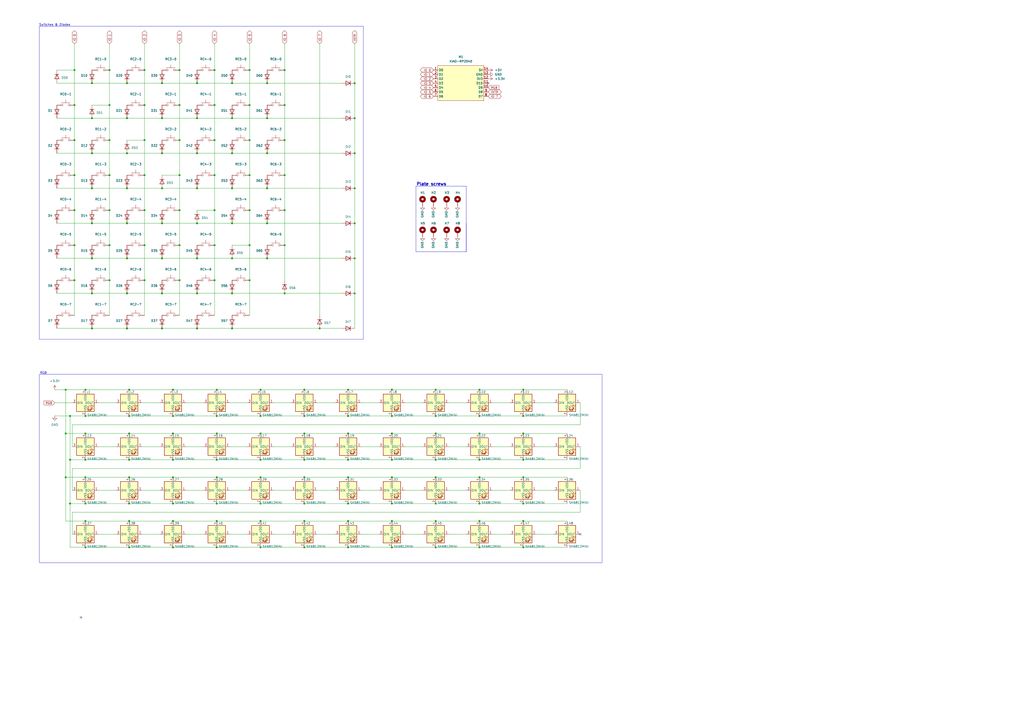
<source format=kicad_sch>
(kicad_sch (version 20231120) (generator "eeschema") (generator_version "8.0")
  (paper "A2")
  (junction (at 165.1 142.24))
  (junction (at 151.13 302.26))
  (junction (at 303.53 241.3))
  (junction (at 104.14 81.28))
  (junction (at 74.93 302.26))
  (junction (at 43.18 162.56))
  (junction (at 201.93 292.1))
  (junction (at 151.13 266.7))
  (junction (at 165.1 40.64))
  (junction (at 63.5 101.6))
  (junction (at 100.33 251.46))
  (junction (at 124.46 101.6))
  (junction (at 73.66 149.86))
  (junction (at 134.62 48.26))
  (junction (at 93.98 129.54))
  (junction (at 38.1 276.86))
  (junction (at 43.18 40.64))
  (junction (at 53.34 190.5))
  (junction (at 83.82 40.64))
  (junction (at 53.34 170.18))
  (junction (at 278.13 241.3))
  (junction (at 104.14 60.96))
  (junction (at 114.3 170.18))
  (junction (at 176.53 241.3))
  (junction (at 73.66 68.58))
  (junction (at 151.13 241.3))
  (junction (at 100.33 226.06))
  (junction (at 205.74 170.18))
  (junction (at 93.98 88.9))
  (junction (at 165.1 81.28))
  (junction (at 74.93 226.06))
  (junction (at 201.93 266.7))
  (junction (at 303.53 292.1))
  (junction (at 49.53 292.1))
  (junction (at 40.64 266.7))
  (junction (at 74.93 266.7))
  (junction (at 201.93 241.3))
  (junction (at 63.5 60.96))
  (junction (at 124.46 40.64))
  (junction (at 134.62 68.58))
  (junction (at 154.94 149.86))
  (junction (at 73.66 170.18))
  (junction (at 93.98 149.86))
  (junction (at 83.82 162.56))
  (junction (at 114.3 88.9))
  (junction (at 124.46 81.28))
  (junction (at 104.14 40.64))
  (junction (at 227.33 226.06))
  (junction (at 205.74 88.9))
  (junction (at 151.13 276.86))
  (junction (at 134.62 190.5))
  (junction (at 252.73 241.3))
  (junction (at 151.13 251.46))
  (junction (at 201.93 251.46))
  (junction (at 227.33 241.3))
  (junction (at 114.3 129.54))
  (junction (at 176.53 317.5))
  (junction (at 176.53 302.26))
  (junction (at 124.46 121.92))
  (junction (at 53.34 48.26))
  (junction (at 63.5 81.28))
  (junction (at 100.33 302.26))
  (junction (at 74.93 317.5))
  (junction (at 165.1 101.6))
  (junction (at 125.73 226.06))
  (junction (at 43.18 60.96))
  (junction (at 73.66 109.22))
  (junction (at 53.34 129.54))
  (junction (at 100.33 276.86))
  (junction (at 227.33 266.7))
  (junction (at 53.34 68.58))
  (junction (at 227.33 317.5))
  (junction (at 278.13 317.5))
  (junction (at 125.73 276.86))
  (junction (at 165.1 170.18))
  (junction (at 227.33 302.26))
  (junction (at 176.53 251.46))
  (junction (at 49.53 276.86))
  (junction (at 63.5 121.92))
  (junction (at 83.82 60.96))
  (junction (at 63.5 162.56))
  (junction (at 43.18 101.6))
  (junction (at 134.62 129.54))
  (junction (at 154.94 48.26))
  (junction (at 63.5 40.64))
  (junction (at 100.33 292.1))
  (junction (at 73.66 88.9))
  (junction (at 73.66 48.26))
  (junction (at 93.98 109.22))
  (junction (at 74.93 292.1))
  (junction (at 201.93 317.5))
  (junction (at 53.34 149.86))
  (junction (at 151.13 317.5))
  (junction (at 43.18 142.24))
  (junction (at 74.93 241.3))
  (junction (at 104.14 121.92))
  (junction (at 100.33 266.7))
  (junction (at 125.73 241.3))
  (junction (at 93.98 170.18))
  (junction (at 53.34 88.9))
  (junction (at 104.14 142.24))
  (junction (at 100.33 317.5))
  (junction (at 303.53 276.86))
  (junction (at 278.13 266.7))
  (junction (at 83.82 81.28))
  (junction (at 144.78 121.92))
  (junction (at 125.73 251.46))
  (junction (at 303.53 226.06))
  (junction (at 125.73 292.1))
  (junction (at 252.73 302.26))
  (junction (at 205.74 48.26))
  (junction (at 93.98 48.26))
  (junction (at 303.53 302.26))
  (junction (at 134.62 88.9))
  (junction (at 124.46 60.96))
  (junction (at 227.33 292.1))
  (junction (at 93.98 190.5))
  (junction (at 49.53 251.46))
  (junction (at 303.53 317.5))
  (junction (at 165.1 121.92))
  (junction (at 176.53 292.1))
  (junction (at 205.74 149.86))
  (junction (at 185.42 190.5))
  (junction (at 144.78 142.24))
  (junction (at 40.64 292.1))
  (junction (at 104.14 162.56))
  (junction (at 151.13 292.1))
  (junction (at 176.53 276.86))
  (junction (at 278.13 251.46))
  (junction (at 83.82 121.92))
  (junction (at 114.3 190.5))
  (junction (at 154.94 129.54))
  (junction (at 201.93 302.26))
  (junction (at 205.74 68.58))
  (junction (at 154.94 68.58))
  (junction (at 100.33 241.3))
  (junction (at 38.1 251.46))
  (junction (at 53.34 109.22))
  (junction (at 125.73 266.7))
  (junction (at 227.33 276.86))
  (junction (at 154.94 88.9))
  (junction (at 144.78 81.28))
  (junction (at 83.82 101.6))
  (junction (at 201.93 276.86))
  (junction (at 38.1 226.06))
  (junction (at 134.62 149.86))
  (junction (at 151.13 226.06))
  (junction (at 165.1 60.96))
  (junction (at 134.62 170.18))
  (junction (at 125.73 317.5))
  (junction (at 93.98 68.58))
  (junction (at 205.74 109.22))
  (junction (at 303.53 251.46))
  (junction (at 114.3 68.58))
  (junction (at 125.73 302.26))
  (junction (at 252.73 317.5))
  (junction (at 43.18 121.92))
  (junction (at 49.53 226.06))
  (junction (at 278.13 292.1))
  (junction (at 278.13 276.86))
  (junction (at 144.78 60.96))
  (junction (at 124.46 162.56))
  (junction (at 74.93 251.46))
  (junction (at 63.5 142.24))
  (junction (at 49.53 266.7))
  (junction (at 227.33 251.46))
  (junction (at 83.82 142.24))
  (junction (at 144.78 101.6))
  (junction (at 278.13 302.26))
  (junction (at 303.53 266.7))
  (junction (at 49.53 317.5))
  (junction (at 114.3 48.26))
  (junction (at 154.94 109.22))
  (junction (at 176.53 266.7))
  (junction (at 252.73 276.86))
  (junction (at 40.64 241.3))
  (junction (at 49.53 302.26))
  (junction (at 252.73 266.7))
  (junction (at 114.3 149.86))
  (junction (at 134.62 109.22))
  (junction (at 252.73 226.06))
  (junction (at 252.73 251.46))
  (junction (at 104.14 101.6))
  (junction (at 176.53 226.06))
  (junction (at 43.18 81.28))
  (junction (at 74.93 276.86))
  (junction (at 124.46 142.24))
  (junction (at 144.78 162.56))
  (junction (at 252.73 292.1))
  (junction (at 205.74 129.54))
  (junction (at 73.66 129.54))
  (junction (at 73.66 190.5))
  (junction (at 114.3 109.22))
  (junction (at 278.13 226.06))
  (junction (at 49.53 241.3))
  (junction (at 144.78 40.64))
  (junction (at 201.93 226.06))
  (no_connect (at 336.55 309.88))
  (no_connect (at 283.21 48.26))
  (no_connect (at 46.99 358.14))
  (wire (pts (xy 252.73 292.1) (xy 278.13 292.1)))
  (wire (pts (xy 154.94 68.58) (xy 198.12 68.58)))
  (wire (pts (xy 83.82 60.96) (xy 83.82 81.28)))
  (wire (pts (xy 38.1 226.06) (xy 38.1 251.46)))
  (wire (pts (xy 144.78 25.4) (xy 144.78 40.64)))
  (wire (pts (xy 93.98 88.9) (xy 114.3 88.9)))
  (wire (pts (xy 278.13 276.86) (xy 303.53 276.86)))
  (wire (pts (xy 73.66 109.22) (xy 93.98 109.22)))
  (wire (pts (xy 114.3 48.26) (xy 134.62 48.26)))
  (wire (pts (xy 205.74 68.58) (xy 205.74 88.9)))
  (wire (pts (xy 201.93 251.46) (xy 227.33 251.46)))
  (wire (pts (xy 100.33 226.06) (xy 125.73 226.06)))
  (wire (pts (xy 43.18 40.64) (xy 43.18 60.96)))
  (wire (pts (xy 234.95 284.48) (xy 245.11 284.48)))
  (wire (pts (xy 125.73 241.3) (xy 151.13 241.3)))
  (wire (pts (xy 260.35 284.48) (xy 270.51 284.48)))
  (wire (pts (xy 63.5 81.28) (xy 63.5 101.6)))
  (wire (pts (xy 104.14 101.6) (xy 104.14 121.92)))
  (wire (pts (xy 209.55 259.08) (xy 219.71 259.08)))
  (wire (pts (xy 73.66 48.26) (xy 93.98 48.26)))
  (wire (pts (xy 133.35 309.88) (xy 143.51 309.88)))
  (wire (pts (xy 93.98 190.5) (xy 114.3 190.5)))
  (wire (pts (xy 252.73 226.06) (xy 278.13 226.06)))
  (wire (pts (xy 184.15 309.88) (xy 194.31 309.88)))
  (wire (pts (xy 104.14 25.4) (xy 104.14 40.64)))
  (wire (pts (xy 73.66 81.28) (xy 83.82 81.28)))
  (wire (pts (xy 278.13 241.3) (xy 303.53 241.3)))
  (wire (pts (xy 82.55 309.88) (xy 92.71 309.88)))
  (wire (pts (xy 100.33 292.1) (xy 125.73 292.1)))
  (wire (pts (xy 114.3 68.58) (xy 134.62 68.58)))
  (wire (pts (xy 278.13 302.26) (xy 303.53 302.26)))
  (wire (pts (xy 31.75 226.06) (xy 38.1 226.06)))
  (wire (pts (xy 63.5 40.64) (xy 63.5 60.96)))
  (wire (pts (xy 33.02 129.54) (xy 53.34 129.54)))
  (wire (pts (xy 53.34 129.54) (xy 73.66 129.54)))
  (wire (pts (xy 83.82 162.56) (xy 83.82 182.88)))
  (wire (pts (xy 33.02 109.22) (xy 53.34 109.22)))
  (wire (pts (xy 100.33 302.26) (xy 125.73 302.26)))
  (wire (pts (xy 53.34 68.58) (xy 73.66 68.58)))
  (wire (pts (xy 83.82 101.6) (xy 83.82 121.92)))
  (wire (pts (xy 124.46 121.92) (xy 124.46 142.24)))
  (wire (pts (xy 114.3 149.86) (xy 134.62 149.86)))
  (wire (pts (xy 49.53 276.86) (xy 74.93 276.86)))
  (wire (pts (xy 260.35 259.08) (xy 270.51 259.08)))
  (wire (pts (xy 165.1 60.96) (xy 165.1 81.28)))
  (wire (pts (xy 53.34 109.22) (xy 73.66 109.22)))
  (wire (pts (xy 285.75 284.48) (xy 295.91 284.48)))
  (wire (pts (xy 124.46 25.4) (xy 124.46 40.64)))
  (wire (pts (xy 234.95 309.88) (xy 245.11 309.88)))
  (wire (pts (xy 73.66 68.58) (xy 93.98 68.58)))
  (wire (pts (xy 57.15 259.08) (xy 67.31 259.08)))
  (wire (pts (xy 31.75 233.68) (xy 41.91 233.68)))
  (wire (pts (xy 158.75 259.08) (xy 168.91 259.08)))
  (wire (pts (xy 252.73 241.3) (xy 278.13 241.3)))
  (wire (pts (xy 74.93 317.5) (xy 100.33 317.5)))
  (wire (pts (xy 74.93 276.86) (xy 100.33 276.86)))
  (wire (pts (xy 134.62 68.58) (xy 154.94 68.58)))
  (wire (pts (xy 63.5 121.92) (xy 63.5 142.24)))
  (wire (pts (xy 114.3 190.5) (xy 134.62 190.5)))
  (wire (pts (xy 100.33 276.86) (xy 125.73 276.86)))
  (wire (pts (xy 252.73 276.86) (xy 278.13 276.86)))
  (wire (pts (xy 154.94 48.26) (xy 198.12 48.26)))
  (polyline (pts (xy 241.3 107.95) (xy 241.3 146.05)))
  (wire (pts (xy 73.66 170.18) (xy 93.98 170.18)))
  (wire (pts (xy 38.1 226.06) (xy 49.53 226.06)))
  (wire (pts (xy 165.1 121.92) (xy 165.1 142.24)))
  (wire (pts (xy 73.66 190.5) (xy 93.98 190.5)))
  (wire (pts (xy 134.62 170.18) (xy 165.1 170.18)))
  (wire (pts (xy 53.34 170.18) (xy 73.66 170.18)))
  (wire (pts (xy 43.18 60.96) (xy 43.18 81.28)))
  (wire (pts (xy 154.94 129.54) (xy 198.12 129.54)))
  (wire (pts (xy 227.33 226.06) (xy 252.73 226.06)))
  (wire (pts (xy 114.3 88.9) (xy 134.62 88.9)))
  (wire (pts (xy 124.46 81.28) (xy 124.46 101.6)))
  (wire (pts (xy 151.13 276.86) (xy 176.53 276.86)))
  (wire (pts (xy 184.15 233.68) (xy 194.31 233.68)))
  (wire (pts (xy 165.1 81.28) (xy 165.1 101.6)))
  (wire (pts (xy 303.53 241.3) (xy 328.93 241.3)))
  (wire (pts (xy 278.13 251.46) (xy 303.53 251.46)))
  (wire (pts (xy 133.35 233.68) (xy 143.51 233.68)))
  (wire (pts (xy 151.13 292.1) (xy 176.53 292.1)))
  (wire (pts (xy 33.02 190.5) (xy 53.34 190.5)))
  (wire (pts (xy 53.34 190.5) (xy 73.66 190.5)))
  (wire (pts (xy 227.33 292.1) (xy 252.73 292.1)))
  (wire (pts (xy 201.93 226.06) (xy 227.33 226.06)))
  (wire (pts (xy 278.13 292.1) (xy 303.53 292.1)))
  (wire (pts (xy 104.14 60.96) (xy 104.14 81.28)))
  (wire (pts (xy 40.64 266.7) (xy 49.53 266.7)))
  (wire (pts (xy 38.1 302.26) (xy 49.53 302.26)))
  (wire (pts (xy 176.53 302.26) (xy 201.93 302.26)))
  (wire (pts (xy 104.14 81.28) (xy 104.14 101.6)))
  (polyline (pts (xy 270.51 107.95) (xy 270.51 146.05)))
  (wire (pts (xy 57.15 284.48) (xy 67.31 284.48)))
  (wire (pts (xy 134.62 48.26) (xy 154.94 48.26)))
  (wire (pts (xy 184.15 259.08) (xy 194.31 259.08)))
  (wire (pts (xy 278.13 226.06) (xy 303.53 226.06)))
  (wire (pts (xy 125.73 276.86) (xy 151.13 276.86)))
  (wire (pts (xy 336.55 233.68) (xy 336.55 246.38)))
  (wire (pts (xy 53.34 88.9) (xy 73.66 88.9)))
  (wire (pts (xy 154.94 109.22) (xy 198.12 109.22)))
  (wire (pts (xy 93.98 109.22) (xy 114.3 109.22)))
  (wire (pts (xy 134.62 109.22) (xy 154.94 109.22)))
  (wire (pts (xy 311.15 233.68) (xy 321.31 233.68)))
  (wire (pts (xy 125.73 266.7) (xy 151.13 266.7)))
  (wire (pts (xy 133.35 259.08) (xy 143.51 259.08)))
  (wire (pts (xy 336.55 297.18) (xy 41.91 297.18)))
  (wire (pts (xy 33.02 68.58) (xy 53.34 68.58)))
  (wire (pts (xy 134.62 149.86) (xy 154.94 149.86)))
  (wire (pts (xy 40.64 241.3) (xy 49.53 241.3)))
  (wire (pts (xy 303.53 276.86) (xy 328.93 276.86)))
  (wire (pts (xy 134.62 190.5) (xy 185.42 190.5)))
  (wire (pts (xy 252.73 302.26) (xy 278.13 302.26)))
  (wire (pts (xy 165.1 40.64) (xy 165.1 60.96)))
  (wire (pts (xy 205.74 149.86) (xy 205.74 170.18)))
  (wire (pts (xy 107.95 259.08) (xy 118.11 259.08)))
  (wire (pts (xy 205.74 88.9) (xy 205.74 109.22)))
  (wire (pts (xy 134.62 129.54) (xy 154.94 129.54)))
  (wire (pts (xy 336.55 284.48) (xy 336.55 297.18)))
  (wire (pts (xy 43.18 121.92) (xy 43.18 142.24)))
  (wire (pts (xy 151.13 241.3) (xy 176.53 241.3)))
  (wire (pts (xy 33.02 48.26) (xy 53.34 48.26)))
  (wire (pts (xy 74.93 241.3) (xy 100.33 241.3)))
  (wire (pts (xy 227.33 302.26) (xy 252.73 302.26)))
  (wire (pts (xy 158.75 233.68) (xy 168.91 233.68)))
  (wire (pts (xy 93.98 149.86) (xy 114.3 149.86)))
  (wire (pts (xy 41.91 297.18) (xy 41.91 309.88)))
  (wire (pts (xy 82.55 284.48) (xy 92.71 284.48)))
  (wire (pts (xy 303.53 292.1) (xy 328.93 292.1)))
  (wire (pts (xy 205.74 25.4) (xy 205.74 48.26)))
  (wire (pts (xy 73.66 88.9) (xy 93.98 88.9)))
  (wire (pts (xy 33.02 40.64) (xy 43.18 40.64)))
  (wire (pts (xy 311.15 284.48) (xy 321.31 284.48)))
  (wire (pts (xy 227.33 241.3) (xy 252.73 241.3)))
  (wire (pts (xy 336.55 271.78) (xy 41.91 271.78)))
  (wire (pts (xy 278.13 317.5) (xy 303.53 317.5)))
  (wire (pts (xy 285.75 309.88) (xy 295.91 309.88)))
  (wire (pts (xy 41.91 246.38) (xy 41.91 259.08)))
  (wire (pts (xy 165.1 25.4) (xy 165.1 40.64)))
  (wire (pts (xy 154.94 149.86) (xy 198.12 149.86)))
  (wire (pts (xy 134.62 88.9) (xy 154.94 88.9)))
  (wire (pts (xy 234.95 233.68) (xy 245.11 233.68)))
  (wire (pts (xy 49.53 317.5) (xy 74.93 317.5)))
  (wire (pts (xy 184.15 284.48) (xy 194.31 284.48)))
  (wire (pts (xy 104.14 162.56) (xy 104.14 182.88)))
  (wire (pts (xy 93.98 48.26) (xy 114.3 48.26)))
  (wire (pts (xy 41.91 271.78) (xy 41.91 284.48)))
  (wire (pts (xy 104.14 142.24) (xy 104.14 162.56)))
  (wire (pts (xy 227.33 276.86) (xy 252.73 276.86)))
  (wire (pts (xy 227.33 251.46) (xy 252.73 251.46)))
  (wire (pts (xy 205.74 48.26) (xy 205.74 68.58)))
  (wire (pts (xy 151.13 302.26) (xy 176.53 302.26)))
  (wire (pts (xy 33.02 88.9) (xy 53.34 88.9)))
  (wire (pts (xy 124.46 101.6) (xy 124.46 121.92)))
  (wire (pts (xy 303.53 302.26) (xy 328.93 302.26)))
  (wire (pts (xy 165.1 170.18) (xy 198.12 170.18)))
  (wire (pts (xy 124.46 142.24) (xy 124.46 162.56)))
  (wire (pts (xy 201.93 317.5) (xy 227.33 317.5)))
  (wire (pts (xy 151.13 266.7) (xy 176.53 266.7)))
  (wire (pts (xy 74.93 266.7) (xy 100.33 266.7)))
  (wire (pts (xy 57.15 309.88) (xy 67.31 309.88)))
  (polyline (pts (xy 270.51 146.05) (xy 241.3 146.05)))
  (wire (pts (xy 125.73 317.5) (xy 151.13 317.5)))
  (wire (pts (xy 125.73 226.06) (xy 151.13 226.06)))
  (wire (pts (xy 49.53 251.46) (xy 74.93 251.46)))
  (wire (pts (xy 40.64 317.5) (xy 49.53 317.5)))
  (wire (pts (xy 176.53 251.46) (xy 201.93 251.46)))
  (wire (pts (xy 74.93 251.46) (xy 100.33 251.46)))
  (wire (pts (xy 285.75 259.08) (xy 295.91 259.08)))
  (wire (pts (xy 114.3 109.22) (xy 134.62 109.22)))
  (wire (pts (xy 303.53 317.5) (xy 328.93 317.5)))
  (wire (pts (xy 53.34 48.26) (xy 73.66 48.26)))
  (wire (pts (xy 303.53 266.7) (xy 328.93 266.7)))
  (wire (pts (xy 57.15 233.68) (xy 67.31 233.68)))
  (wire (pts (xy 252.73 266.7) (xy 278.13 266.7)))
  (wire (pts (xy 165.1 101.6) (xy 165.1 121.92)))
  (wire (pts (xy 93.98 101.6) (xy 104.14 101.6)))
  (wire (pts (xy 151.13 226.06) (xy 176.53 226.06)))
  (wire (pts (xy 252.73 251.46) (xy 278.13 251.46)))
  (wire (pts (xy 209.55 233.68) (xy 219.71 233.68)))
  (wire (pts (xy 124.46 40.64) (xy 124.46 60.96)))
  (wire (pts (xy 311.15 259.08) (xy 321.31 259.08)))
  (wire (pts (xy 49.53 241.3) (xy 74.93 241.3)))
  (wire (pts (xy 107.95 233.68) (xy 118.11 233.68)))
  (wire (pts (xy 201.93 276.86) (xy 227.33 276.86)))
  (wire (pts (xy 53.34 60.96) (xy 63.5 60.96)))
  (wire (pts (xy 38.1 276.86) (xy 49.53 276.86)))
  (wire (pts (xy 74.93 302.26) (xy 100.33 302.26)))
  (wire (pts (xy 53.34 149.86) (xy 73.66 149.86)))
  (wire (pts (xy 93.98 129.54) (xy 114.3 129.54)))
  (wire (pts (xy 201.93 241.3) (xy 227.33 241.3)))
  (wire (pts (xy 83.82 121.92) (xy 83.82 142.24)))
  (wire (pts (xy 93.98 68.58) (xy 114.3 68.58)))
  (wire (pts (xy 158.75 309.88) (xy 168.91 309.88)))
  (wire (pts (xy 209.55 284.48) (xy 219.71 284.48)))
  (wire (pts (xy 100.33 266.7) (xy 125.73 266.7)))
  (wire (pts (xy 125.73 292.1) (xy 151.13 292.1)))
  (wire (pts (xy 100.33 317.5) (xy 125.73 317.5)))
  (wire (pts (xy 336.55 259.08) (xy 336.55 271.78)))
  (wire (pts (xy 49.53 226.06) (xy 74.93 226.06)))
  (wire (pts (xy 114.3 170.18) (xy 134.62 170.18)))
  (wire (pts (xy 73.66 129.54) (xy 93.98 129.54)))
  (wire (pts (xy 49.53 292.1) (xy 74.93 292.1)))
  (wire (pts (xy 107.95 309.88) (xy 118.11 309.88)))
  (wire (pts (xy 144.78 101.6) (xy 144.78 121.92)))
  (wire (pts (xy 49.53 302.26) (xy 74.93 302.26)))
  (wire (pts (xy 83.82 81.28) (xy 83.82 101.6)))
  (wire (pts (xy 205.74 170.18) (xy 205.74 190.5)))
  (wire (pts (xy 43.18 101.6) (xy 43.18 121.92)))
  (wire (pts (xy 49.53 266.7) (xy 74.93 266.7)))
  (polyline (pts (xy 241.3 107.95) (xy 267.97 107.95)))
  (wire (pts (xy 260.35 233.68) (xy 270.51 233.68)))
  (wire (pts (xy 176.53 292.1) (xy 201.93 292.1)))
  (wire (pts (xy 176.53 266.7) (xy 201.93 266.7)))
  (wire (pts (xy 144.78 121.92) (xy 144.78 142.24)))
  (wire (pts (xy 38.1 251.46) (xy 38.1 276.86)))
  (wire (pts (xy 63.5 25.4) (xy 63.5 40.64)))
  (wire (pts (xy 227.33 266.7) (xy 252.73 266.7)))
  (wire (pts (xy 303.53 226.06) (xy 328.93 226.06)))
  (wire (pts (xy 104.14 121.92) (xy 104.14 142.24)))
  (wire (pts (xy 209.55 309.88) (xy 219.71 309.88)))
  (wire (pts (xy 133.35 284.48) (xy 143.51 284.48)))
  (wire (pts (xy 124.46 162.56) (xy 124.46 182.88)))
  (wire (pts (xy 176.53 226.06) (xy 201.93 226.06)))
  (wire (pts (xy 74.93 292.1) (xy 100.33 292.1)))
  (wire (pts (xy 151.13 251.46) (xy 176.53 251.46)))
  (wire (pts (xy 124.46 60.96) (xy 124.46 81.28)))
  (wire (pts (xy 154.94 88.9) (xy 198.12 88.9)))
  (wire (pts (xy 144.78 142.24) (xy 144.78 162.56)))
  (wire (pts (xy 63.5 60.96) (xy 63.5 81.28)))
  (wire (pts (xy 176.53 241.3) (xy 201.93 241.3)))
  (wire (pts (xy 40.64 266.7) (xy 40.64 292.1)))
  (wire (pts (xy 285.75 233.68) (xy 295.91 233.68)))
  (wire (pts (xy 205.74 109.22) (xy 205.74 129.54)))
  (polyline (pts (xy 270.51 146.05) (xy 270.51 129.54)))
  (wire (pts (xy 83.82 40.64) (xy 83.82 60.96)))
  (wire (pts (xy 83.82 25.4) (xy 83.82 40.64)))
  (wire (pts (xy 73.66 149.86) (xy 93.98 149.86)))
  (wire (pts (xy 144.78 40.64) (xy 144.78 60.96)))
  (wire (pts (xy 185.42 25.4) (xy 185.42 182.88)))
  (wire (pts (xy 43.18 162.56) (xy 43.18 182.88)))
  (wire (pts (xy 38.1 251.46) (xy 49.53 251.46)))
  (wire (pts (xy 40.64 292.1) (xy 49.53 292.1)))
  (wire (pts (xy 227.33 317.5) (xy 252.73 317.5)))
  (wire (pts (xy 100.33 251.46) (xy 125.73 251.46)))
  (wire (pts (xy 43.18 142.24) (xy 43.18 162.56)))
  (wire (pts (xy 82.55 233.68) (xy 92.71 233.68)))
  (wire (pts (xy 158.75 284.48) (xy 168.91 284.48)))
  (polyline (pts (xy 267.97 107.95) (xy 270.51 107.95)))
  (wire (pts (xy 33.02 149.86) (xy 53.34 149.86)))
  (wire (pts (xy 201.93 292.1) (xy 227.33 292.1)))
  (wire (pts (xy 63.5 142.24) (xy 63.5 162.56)))
  (wire (pts (xy 165.1 142.24) (xy 165.1 162.56)))
  (wire (pts (xy 38.1 276.86) (xy 38.1 302.26)))
  (wire (pts (xy 33.02 170.18) (xy 53.34 170.18)))
  (wire (pts (xy 43.18 81.28) (xy 43.18 101.6)))
  (wire (pts (xy 205.74 129.54) (xy 205.74 149.86)))
  (wire (pts (xy 74.93 226.06) (xy 100.33 226.06)))
  (wire (pts (xy 176.53 317.5) (xy 201.93 317.5)))
  (wire (pts (xy 336.55 246.38) (xy 41.91 246.38)))
  (wire (pts (xy 93.98 170.18) (xy 114.3 170.18)))
  (wire (pts (xy 144.78 81.28) (xy 144.78 101.6)))
  (wire (pts (xy 303.53 251.46) (xy 328.93 251.46)))
  (wire (pts (xy 114.3 121.92) (xy 124.46 121.92)))
  (wire (pts (xy 114.3 129.54) (xy 134.62 129.54)))
  (wire (pts (xy 82.55 259.08) (xy 92.71 259.08)))
  (wire (pts (xy 201.93 302.26) (xy 227.33 302.26)))
  (wire (pts (xy 63.5 101.6) (xy 63.5 121.92)))
  (wire (pts (xy 176.53 276.86) (xy 201.93 276.86)))
  (wire (pts (xy 104.14 40.64) (xy 104.14 60.96)))
  (wire (pts (xy 234.95 259.08) (xy 245.11 259.08)))
  (wire (pts (xy 144.78 162.56) (xy 144.78 182.88)))
  (wire (pts (xy 198.12 190.5) (xy 185.42 190.5)))
  (wire (pts (xy 144.78 60.96) (xy 144.78 81.28)))
  (wire (pts (xy 151.13 317.5) (xy 176.53 317.5)))
  (wire (pts (xy 125.73 251.46) (xy 151.13 251.46)))
  (wire (pts (xy 201.93 266.7) (xy 227.33 266.7)))
  (wire (pts (xy 260.35 309.88) (xy 270.51 309.88)))
  (wire (pts (xy 63.5 162.56) (xy 63.5 182.88)))
  (wire (pts (xy 100.33 241.3) (xy 125.73 241.3)))
  (wire (pts (xy 125.73 302.26) (xy 151.13 302.26)))
  (wire (pts (xy 134.62 142.24) (xy 144.78 142.24)))
  (wire (pts (xy 252.73 317.5) (xy 278.13 317.5)))
  (wire (pts (xy 278.13 266.7) (xy 303.53 266.7)))
  (wire (pts (xy 311.15 309.88) (xy 321.31 309.88)))
  (wire (pts (xy 43.18 25.4) (xy 43.18 40.64)))
  (wire (pts (xy 40.64 241.3) (xy 40.64 266.7)))
  (wire (pts (xy 83.82 142.24) (xy 83.82 162.56)))
  (wire (pts (xy 107.95 284.48) (xy 118.11 284.48)))
  (wire (pts (xy 31.75 241.3) (xy 40.64 241.3)))
  (wire (pts (xy 40.64 292.1) (xy 40.64 317.5)))
  (rectangle (start 22.86 217.17) (end 349.25 326.39))
  (rectangle (start 22.86 15.24) (end 210.82 196.85))
  (text "Plate screws" (at 259.08 107.95 0) (effects (font (size 1.778 1.778) (thickness 0.3556) (bold yes)) (justify right bottom)))
  (text "Switches & Diodes" (at 31.75 14.478 0) (effects (font (size 1.27 1.27))))
  (text "RGB" (at 25.146 216.408 0) (effects (font (size 1.27 1.27))))
  (global_label "IO 6" (shape bidirectional) (at 251.46 55.88 180) (property "Intersheetrefs" "${INTERSHEET_REFS}" (effects (hide yes))))
  (global_label "IO 3" (shape bidirectional) (at 104.14 25.4 90) (property "Intersheetrefs" "${INTERSHEET_REFS}" (effects (hide yes))))
  (global_label "IO 1" (shape bidirectional) (at 63.5 25.4 90) (property "Intersheetrefs" "${INTERSHEET_REFS}" (effects (hide yes))))
  (global_label "IO 7" (shape bidirectional) (at 185.42 25.4 90) (property "Intersheetrefs" "${INTERSHEET_REFS}" (effects (hide yes))))
  (global_label "IO 0" (shape bidirectional) (at 43.18 25.4 90) (property "Intersheetrefs" "${INTERSHEET_REFS}" (effects (hide yes))))
  (global_label "IO 4" (shape bidirectional) (at 251.46 50.8 180) (property "Intersheetrefs" "${INTERSHEET_REFS}" (effects (hide yes))))
  (global_label "IO 0" (shape bidirectional) (at 251.46 40.64 180) (property "Intersheetrefs" "${INTERSHEET_REFS}" (effects (hide yes))))
  (global_label "RGB" (shape input) (at 31.75 233.68 180) (property "Intersheetrefs" "${INTERSHEET_REFS}" (effects (hide yes))))
  (global_label "INTR" (shape bidirectional) (at 205.74 25.4 90) (property "Intersheetrefs" "${INTERSHEET_REFS}" (effects (hide yes))))
  (global_label "IO 2" (shape bidirectional) (at 83.82 25.4 90) (property "Intersheetrefs" "${INTERSHEET_REFS}" (effects (hide yes))))
  (global_label "IO 3" (shape bidirectional) (at 251.46 48.26 180) (property "Intersheetrefs" "${INTERSHEET_REFS}" (effects (hide yes))))
  (global_label "INTR" (shape bidirectional) (at 283.21 53.34 0) (property "Intersheetrefs" "${INTERSHEET_REFS}" (effects (hide yes))))
  (global_label "IO 6" (shape bidirectional) (at 165.1 25.4 90) (property "Intersheetrefs" "${INTERSHEET_REFS}" (effects (hide yes))))
  (global_label "IO 1" (shape bidirectional) (at 251.46 43.18 180) (property "Intersheetrefs" "${INTERSHEET_REFS}" (effects (hide yes))))
  (global_label "IO 2" (shape bidirectional) (at 251.46 45.72 180) (property "Intersheetrefs" "${INTERSHEET_REFS}" (effects (hide yes))))
  (global_label "IO 5" (shape bidirectional) (at 144.78 25.4 90) (property "Intersheetrefs" "${INTERSHEET_REFS}" (effects (hide yes))))
  (global_label "IO 5" (shape bidirectional) (at 251.46 53.34 180) (property "Intersheetrefs" "${INTERSHEET_REFS}" (effects (hide yes))))
  (global_label "RGB" (shape input) (at 283.21 50.8 0) (property "Intersheetrefs" "${INTERSHEET_REFS}" (effects (hide yes))))
  (global_label "IO 4" (shape bidirectional) (at 124.46 25.4 90) (property "Intersheetrefs" "${INTERSHEET_REFS}" (effects (hide yes))))
  (global_label "IO 7" (shape bidirectional) (at 283.21 55.88 0) (property "Intersheetrefs" "${INTERSHEET_REFS}" (effects (hide yes))))
  (symbol (lib_id "Diode:1N4148") (at 201.93 190.5 0) (mirror y) (unit 1)
    (property "Reference" "DI7" (at 201.93 186.69 0))
    (property "Value" "1N4148" (effects (hide yes)))
    (property "Footprint" "Diode_SMD:D_SOD-323" (effects (hide yes)))
    (property "Datasheet" "https://assets.nexperia.com/documents/data-sheet/1N4148_1N4448.pdf" (effects (hide yes)))
    (property "Sim.Device" "D" (effects (hide yes)))
    (property "Sim.Pins" "1=K 2=A" (effects (hide yes)))
  )
  (symbol (lib_id "Diode:1N4148") (at 154.94 85.09 270) (mirror x) (unit 1)
    (property "Reference" "D62" (at 152.4 84.455 90) (effects (justify right)))
    (property "Value" "1N4148" (effects (hide yes)))
    (property "Footprint" "Diode_SMD:D_SOD-323" (effects (hide yes)))
    (property "Datasheet" "https://assets.nexperia.com/documents/data-sheet/1N4148_1N4448.pdf" (effects (hide yes)))
    (property "Sim.Device" "D" (effects (hide yes)))
    (property "Sim.Pins" "1=K 2=A" (effects (hide yes)))
  )
  (symbol (lib_id "xiao-rp2040:XIAO-RP2040") (at 266.7 48.26 0) (unit 1)
    (property "Reference" "M1" (at 267.335 33.02 0))
    (property "Value" "XIAO-RP2040" (at 267.335 35.56 0))
    (property "Footprint" "fingerpunch:XIAO-RP2040" (effects (hide yes)))
  )
  (symbol (lib_id "Diode:1N4148") (at 53.34 64.77 90) (mirror x) (unit 1)
    (property "Reference" "DS1" (at 55.88 65.405 90) (effects (justify right)))
    (property "Value" "1N4148" (effects (hide yes)))
    (property "Footprint" "Diode_SMD:D_SOD-323" (effects (hide yes)))
    (property "Datasheet" "https://assets.nexperia.com/documents/data-sheet/1N4148_1N4448.pdf" (effects (hide yes)))
    (property "Sim.Device" "D" (effects (hide yes)))
    (property "Sim.Pins" "1=K 2=A" (effects (hide yes)))
  )
  (symbol (lib_id "Diode:1N4148") (at 33.02 44.45 90) (mirror x) (unit 1)
    (property "Reference" "DS0" (at 35.56 45.085 90) (effects (justify right)))
    (property "Value" "1N4148" (effects (hide yes)))
    (property "Footprint" "Diode_SMD:D_SOD-323" (effects (hide yes)))
    (property "Datasheet" "https://assets.nexperia.com/documents/data-sheet/1N4148_1N4448.pdf" (effects (hide yes)))
    (property "Sim.Device" "D" (effects (hide yes)))
    (property "Sim.Pins" "1=K 2=A" (effects (hide yes)))
  )
  (symbol (lib_id "Diode:1N4148") (at 114.3 44.45 270) (mirror x) (unit 1)
    (property "Reference" "D40" (at 111.76 43.815 90) (effects (justify right)))
    (property "Value" "1N4148" (effects (hide yes)))
    (property "Footprint" "Diode_SMD:D_SOD-323" (effects (hide yes)))
    (property "Datasheet" "https://assets.nexperia.com/documents/data-sheet/1N4148_1N4448.pdf" (effects (hide yes)))
    (property "Sim.Device" "D" (effects (hide yes)))
    (property "Sim.Pins" "1=K 2=A" (effects (hide yes)))
  )
  (symbol (lib_id "LED:SK6812MINI") (at 252.73 309.88 0) (unit 1)
    (property "Reference" "L45" (at 254.508 303.53 0))
    (property "Value" "SK6812MINI" (at 259.588 316.992 0))
    (property "Footprint" "kicad:SK6812_mini_e_corners" (effects (hide yes)))
    (property "Datasheet" "https://cdn-shop.adafruit.com/product-files/2686/SK6812MINI_REV.01-1-2.pdf" (effects (hide yes)))
    (property "Description" "RGB LED with integrated controller" (effects (hide yes)))
  )
  (symbol (lib_id "LED:SK6812MINI") (at 74.93 309.88 0) (unit 1)
    (property "Reference" "L38" (at 76.708 303.53 0))
    (property "Value" "SK6812MINI" (at 81.788 316.992 0))
    (property "Footprint" "kicad:SK6812_mini_e_corners" (effects (hide yes)))
    (property "Datasheet" "https://cdn-shop.adafruit.com/product-files/2686/SK6812MINI_REV.01-1-2.pdf" (effects (hide yes)))
    (property "Description" "RGB LED with integrated controller" (effects (hide yes)))
  )
  (symbol (lib_id "Diode:1N4148") (at 201.93 149.86 0) (mirror y) (unit 1)
    (property "Reference" "DI5" (at 201.93 146.05 0))
    (property "Value" "1N4148" (effects (hide yes)))
    (property "Footprint" "Diode_SMD:D_SOD-323" (effects (hide yes)))
    (property "Datasheet" "https://assets.nexperia.com/documents/data-sheet/1N4148_1N4448.pdf" (effects (hide yes)))
    (property "Sim.Device" "D" (effects (hide yes)))
    (property "Sim.Pins" "1=K 2=A" (effects (hide yes)))
  )
  (symbol (lib_id "LED:SK6812MINI") (at 303.53 309.88 0) (unit 1)
    (property "Reference" "L47" (at 305.308 303.53 0))
    (property "Value" "SK6812MINI" (at 310.388 316.992 0))
    (property "Footprint" "kicad:SK6812_mini_e_corners" (effects (hide yes)))
    (property "Datasheet" "https://cdn-shop.adafruit.com/product-files/2686/SK6812MINI_REV.01-1-2.pdf" (effects (hide yes)))
    (property "Description" "RGB LED with integrated controller" (effects (hide yes)))
  )
  (symbol (lib_id "Diode:1N4148") (at 201.93 170.18 0) (mirror y) (unit 1)
    (property "Reference" "DI6" (at 201.93 166.37 0))
    (property "Value" "1N4148" (effects (hide yes)))
    (property "Footprint" "Diode_SMD:D_SOD-323" (effects (hide yes)))
    (property "Datasheet" "https://assets.nexperia.com/documents/data-sheet/1N4148_1N4448.pdf" (effects (hide yes)))
    (property "Sim.Device" "D" (effects (hide yes)))
    (property "Sim.Pins" "1=K 2=A" (effects (hide yes)))
  )
  (symbol (lib_id "Switch:SW_Push") (at 119.38 40.64 0) (mirror y) (unit 1)
    (property "Reference" "RC4-0" (at 119.38 34.29 0))
    (property "Value" "SW_Push" (effects (hide yes)))
    (property "Footprint" "fingerpunch:gateron-ks27-choc-v1-hotswap" (effects (hide yes)))
  )
  (symbol (lib_id "Diode:1N4148") (at 33.02 146.05 270) (mirror x) (unit 1)
    (property "Reference" "D5" (at 30.48 145.415 90) (effects (justify right)))
    (property "Value" "1N4148" (effects (hide yes)))
    (property "Footprint" "Diode_SMD:D_SOD-323" (effects (hide yes)))
    (property "Datasheet" "https://assets.nexperia.com/documents/data-sheet/1N4148_1N4448.pdf" (effects (hide yes)))
    (property "Sim.Device" "D" (effects (hide yes)))
    (property "Sim.Pins" "1=K 2=A" (effects (hide yes)))
  )
  (symbol (lib_id "LED:SK6812MINI") (at 278.13 233.68 0) (unit 1)
    (property "Reference" "L10" (at 279.908 227.33 0))
    (property "Value" "SK6812MINI" (at 284.988 240.792 0))
    (property "Footprint" "kicad:SK6812_mini_e_corners" (effects (hide yes)))
    (property "Datasheet" "https://cdn-shop.adafruit.com/product-files/2686/SK6812MINI_REV.01-1-2.pdf" (effects (hide yes)))
    (property "Description" "RGB LED with integrated controller" (effects (hide yes)))
  )
  (symbol (lib_id "Switch:SW_Push") (at 139.7 121.92 0) (mirror y) (unit 1)
    (property "Reference" "RC5-4" (at 139.7 115.57 0))
    (property "Value" "SW_Push" (effects (hide yes)))
    (property "Footprint" "fingerpunch:gateron-ks27-choc-v1-hotswap" (effects (hide yes)))
  )
  (symbol (lib_id "Diode:1N4148") (at 154.94 64.77 270) (mirror x) (unit 1)
    (property "Reference" "D61" (at 152.4 64.135 90) (effects (justify right)))
    (property "Value" "1N4148" (effects (hide yes)))
    (property "Footprint" "Diode_SMD:D_SOD-323" (effects (hide yes)))
    (property "Datasheet" "https://assets.nexperia.com/documents/data-sheet/1N4148_1N4448.pdf" (effects (hide yes)))
    (property "Sim.Device" "D" (effects (hide yes)))
    (property "Sim.Pins" "1=K 2=A" (effects (hide yes)))
  )
  (symbol (lib_id "LED:SK6812MINI") (at 74.93 259.08 0) (unit 1)
    (property "Reference" "L14" (at 76.708 252.73 0))
    (property "Value" "SK6812MINI" (at 81.788 266.192 0))
    (property "Footprint" "kicad:SK6812_mini_e_corners" (effects (hide yes)))
    (property "Datasheet" "https://cdn-shop.adafruit.com/product-files/2686/SK6812MINI_REV.01-1-2.pdf" (effects (hide yes)))
    (property "Description" "RGB LED with integrated controller" (effects (hide yes)))
  )
  (symbol (lib_id "LED:SK6812MINI") (at 252.73 233.68 0) (unit 1)
    (property "Reference" "L9" (at 254.508 227.33 0))
    (property "Value" "SK6812MINI" (at 259.588 240.792 0))
    (property "Footprint" "kicad:SK6812_mini_e_corners" (effects (hide yes)))
    (property "Datasheet" "https://cdn-shop.adafruit.com/product-files/2686/SK6812MINI_REV.01-1-2.pdf" (effects (hide yes)))
    (property "Description" "RGB LED with integrated controller" (effects (hide yes)))
  )
  (symbol (lib_id "Diode:1N4148") (at 154.94 146.05 270) (mirror x) (unit 1)
    (property "Reference" "D65" (at 152.4 145.415 90) (effects (justify right)))
    (property "Value" "1N4148" (effects (hide yes)))
    (property "Footprint" "Diode_SMD:D_SOD-323" (effects (hide yes)))
    (property "Datasheet" "https://assets.nexperia.com/documents/data-sheet/1N4148_1N4448.pdf" (effects (hide yes)))
    (property "Sim.Device" "D" (effects (hide yes)))
    (property "Sim.Pins" "1=K 2=A" (effects (hide yes)))
  )
  (symbol (lib_id "power:+3.3V") (at 283.21 45.72 270) (unit 1)
    (property "Reference" "#PWR03" (effects (hide yes)))
    (property "Value" "+3.3V" (at 287.02 45.7199 90) (effects (justify left)))
    (property "Description" "Power symbol creates a global label with name \"+3.3V\"" (effects (hide yes)))
  )
  (symbol (lib_id "Switch:SW_Push") (at 160.02 121.92 0) (mirror y) (unit 1)
    (property "Reference" "RC6-4" (at 160.02 115.57 0))
    (property "Value" "SW_Push" (effects (hide yes)))
    (property "Footprint" "fingerpunch:gateron-ks27-choc-v1-hotswap" (effects (hide yes)))
  )
  (symbol (lib_id "Switch:SW_Push") (at 99.06 60.96 0) (mirror y) (unit 1)
    (property "Reference" "RC3-1" (at 99.06 54.61 0))
    (property "Value" "SW_Push" (effects (hide yes)))
    (property "Footprint" "fingerpunch:gateron-ks27-choc-v1-hotswap" (effects (hide yes)))
  )
  (symbol (lib_id "LED:SK6812MINI") (at 151.13 284.48 0) (unit 1)
    (property "Reference" "L29" (at 152.908 278.13 0))
    (property "Value" "SK6812MINI" (at 157.988 291.592 0))
    (property "Footprint" "kicad:SK6812_mini_e_corners" (effects (hide yes)))
    (property "Datasheet" "https://cdn-shop.adafruit.com/product-files/2686/SK6812MINI_REV.01-1-2.pdf" (effects (hide yes)))
    (property "Description" "RGB LED with integrated controller" (effects (hide yes)))
  )
  (symbol (lib_id "Switch:SW_Push") (at 119.38 182.88 0) (mirror y) (unit 1)
    (property "Reference" "RC4-7" (at 119.38 176.53 0))
    (property "Value" "SW_Push" (effects (hide yes)))
    (property "Footprint" "fingerpunch:gateron-ks27-choc-v1-hotswap" (effects (hide yes)))
  )
  (symbol (lib_id "Switch:SW_Push") (at 78.74 101.6 0) (mirror y) (unit 1)
    (property "Reference" "RC2-3" (at 78.74 95.25 0))
    (property "Value" "SW_Push" (effects (hide yes)))
    (property "Footprint" "fingerpunch:gateron-ks27-choc-v1-hotswap" (effects (hide yes)))
  )
  (symbol (lib_id "LED:SK6812MINI") (at 201.93 284.48 0) (unit 1)
    (property "Reference" "L31" (at 203.708 278.13 0))
    (property "Value" "SK6812MINI" (at 208.788 291.592 0))
    (property "Footprint" "kicad:SK6812_mini_e_corners" (effects (hide yes)))
    (property "Datasheet" "https://cdn-shop.adafruit.com/product-files/2686/SK6812MINI_REV.01-1-2.pdf" (effects (hide yes)))
    (property "Description" "RGB LED with integrated controller" (effects (hide yes)))
  )
  (symbol (lib_id "Diode:1N4148") (at 165.1 166.37 90) (mirror x) (unit 1)
    (property "Reference" "DS6" (at 167.64 167.005 90) (effects (justify right)))
    (property "Value" "1N4148" (effects (hide yes)))
    (property "Footprint" "Diode_SMD:D_SOD-323" (effects (hide yes)))
    (property "Datasheet" "https://assets.nexperia.com/documents/data-sheet/1N4148_1N4448.pdf" (effects (hide yes)))
    (property "Sim.Device" "D" (effects (hide yes)))
    (property "Sim.Pins" "1=K 2=A" (effects (hide yes)))
  )
  (symbol (lib_id "Diode:1N4148") (at 154.94 105.41 270) (mirror x) (unit 1)
    (property "Reference" "D63" (at 152.4 104.775 90) (effects (justify right)))
    (property "Value" "1N4148" (effects (hide yes)))
    (property "Footprint" "Diode_SMD:D_SOD-323" (effects (hide yes)))
    (property "Datasheet" "https://assets.nexperia.com/documents/data-sheet/1N4148_1N4448.pdf" (effects (hide yes)))
    (property "Sim.Device" "D" (effects (hide yes)))
    (property "Sim.Pins" "1=K 2=A" (effects (hide yes)))
  )
  (symbol (lib_id "Mechanical:MountingHole_Pad") (at 265.43 116.84 0) (unit 1)
    (property "Reference" "H4" (at 264.16 111.76 0) (effects (justify left)))
    (property "Footprint" "MountingHole:MountingHole_2.2mm_M2" (effects (hide yes)))
  )
  (symbol (lib_id "LED:SK6812MINI") (at 227.33 233.68 0) (unit 1)
    (property "Reference" "L8" (at 229.108 227.33 0))
    (property "Value" "SK6812MINI" (at 234.188 240.792 0))
    (property "Footprint" "kicad:SK6812_mini_e_corners" (effects (hide yes)))
    (property "Datasheet" "https://cdn-shop.adafruit.com/product-files/2686/SK6812MINI_REV.01-1-2.pdf" (effects (hide yes)))
    (property "Description" "RGB LED with integrated controller" (effects (hide yes)))
  )
  (symbol (lib_id "Switch:SW_Push") (at 58.42 101.6 0) (mirror y) (unit 1)
    (property "Reference" "RC1-3" (at 58.42 95.25 0))
    (property "Value" "SW_Push" (effects (hide yes)))
    (property "Footprint" "fingerpunch:gateron-ks27-choc-v1-hotswap" (effects (hide yes)))
  )
  (symbol (lib_id "power:GND") (at 283.21 43.18 90) (unit 1)
    (property "Reference" "#PWR02" (effects (hide yes)))
    (property "Value" "GND" (at 287.02 43.1799 90) (effects (justify right)))
    (property "Description" "Power symbol creates a global label with name \"GND\" , ground" (effects (hide yes)))
  )
  (symbol (lib_id "Switch:SW_Push") (at 99.06 40.64 0) (mirror y) (unit 1)
    (property "Reference" "RC3-0" (at 99.06 34.29 0))
    (property "Value" "SW_Push" (effects (hide yes)))
    (property "Footprint" "fingerpunch:gateron-ks27-choc-v1-hotswap" (effects (hide yes)))
  )
  (symbol (lib_id "LED:SK6812MINI") (at 201.93 259.08 0) (unit 1)
    (property "Reference" "L19" (at 203.708 252.73 0))
    (property "Value" "SK6812MINI" (at 208.788 266.192 0))
    (property "Footprint" "kicad:SK6812_mini_e_corners" (effects (hide yes)))
    (property "Datasheet" "https://cdn-shop.adafruit.com/product-files/2686/SK6812MINI_REV.01-1-2.pdf" (effects (hide yes)))
    (property "Description" "RGB LED with integrated controller" (effects (hide yes)))
  )
  (symbol (lib_id "LED:SK6812MINI") (at 303.53 259.08 0) (unit 1)
    (property "Reference" "L23" (at 305.308 252.73 0))
    (property "Value" "SK6812MINI" (at 310.388 266.192 0))
    (property "Footprint" "kicad:SK6812_mini_e_corners" (effects (hide yes)))
    (property "Datasheet" "https://cdn-shop.adafruit.com/product-files/2686/SK6812MINI_REV.01-1-2.pdf" (effects (hide yes)))
    (property "Description" "RGB LED with integrated controller" (effects (hide yes)))
  )
  (symbol (lib_id "power:GND") (at 251.46 137.16 0) (unit 1)
    (property "Reference" "#PWR013" (effects (hide yes)))
    (property "Value" "GND" (at 251.304 144.1449 90) (effects (justify left)))
  )
  (symbol (lib_id "Switch:SW_Push") (at 58.42 121.92 0) (mirror y) (unit 1)
    (property "Reference" "RC1-4" (at 58.42 115.57 0))
    (property "Value" "SW_Push" (effects (hide yes)))
    (property "Footprint" "fingerpunch:gateron-ks27-choc-v1-hotswap" (effects (hide yes)))
  )
  (symbol (lib_id "Diode:1N4148") (at 134.62 125.73 270) (mirror x) (unit 1)
    (property "Reference" "D54" (at 132.08 125.095 90) (effects (justify right)))
    (property "Value" "1N4148" (effects (hide yes)))
    (property "Footprint" "Diode_SMD:D_SOD-323" (effects (hide yes)))
    (property "Datasheet" "https://assets.nexperia.com/documents/data-sheet/1N4148_1N4448.pdf" (effects (hide yes)))
    (property "Sim.Device" "D" (effects (hide yes)))
    (property "Sim.Pins" "1=K 2=A" (effects (hide yes)))
  )
  (symbol (lib_id "Diode:1N4148") (at 73.66 166.37 270) (mirror x) (unit 1)
    (property "Reference" "D26" (at 71.12 165.735 90) (effects (justify right)))
    (property "Value" "1N4148" (effects (hide yes)))
    (property "Footprint" "Diode_SMD:D_SOD-323" (effects (hide yes)))
    (property "Datasheet" "https://assets.nexperia.com/documents/data-sheet/1N4148_1N4448.pdf" (effects (hide yes)))
    (property "Sim.Device" "D" (effects (hide yes)))
    (property "Sim.Pins" "1=K 2=A" (effects (hide yes)))
  )
  (symbol (lib_id "LED:SK6812MINI") (at 100.33 309.88 0) (unit 1)
    (property "Reference" "L39" (at 102.108 303.53 0))
    (property "Value" "SK6812MINI" (at 107.188 316.992 0))
    (property "Footprint" "kicad:SK6812_mini_e_corners" (effects (hide yes)))
    (property "Datasheet" "https://cdn-shop.adafruit.com/product-files/2686/SK6812MINI_REV.01-1-2.pdf" (effects (hide yes)))
    (property "Description" "RGB LED with integrated controller" (effects (hide yes)))
  )
  (symbol (lib_id "LED:SK6812MINI") (at 278.13 284.48 0) (unit 1)
    (property "Reference" "L34" (at 279.908 278.13 0))
    (property "Value" "SK6812MINI" (at 284.988 291.592 0))
    (property "Footprint" "kicad:SK6812_mini_e_corners" (effects (hide yes)))
    (property "Datasheet" "https://cdn-shop.adafruit.com/product-files/2686/SK6812MINI_REV.01-1-2.pdf" (effects (hide yes)))
    (property "Description" "RGB LED with integrated controller" (effects (hide yes)))
  )
  (symbol (lib_id "Switch:SW_Push") (at 58.42 81.28 0) (mirror y) (unit 1)
    (property "Reference" "RC1-2" (at 58.42 74.93 0))
    (property "Value" "SW_Push" (effects (hide yes)))
    (property "Footprint" "fingerpunch:gateron-ks27-choc-v1-hotswap" (effects (hide yes)))
  )
  (symbol (lib_id "LED:SK6812MINI") (at 176.53 284.48 0) (unit 1)
    (property "Reference" "L30" (at 178.308 278.13 0))
    (property "Value" "SK6812MINI" (at 183.388 291.592 0))
    (property "Footprint" "kicad:SK6812_mini_e_corners" (effects (hide yes)))
    (property "Datasheet" "https://cdn-shop.adafruit.com/product-files/2686/SK6812MINI_REV.01-1-2.pdf" (effects (hide yes)))
    (property "Description" "RGB LED with integrated controller" (effects (hide yes)))
  )
  (symbol (lib_id "Diode:1N4148") (at 53.34 186.69 270) (mirror x) (unit 1)
    (property "Reference" "D17" (at 50.8 186.055 90) (effects (justify right)))
    (property "Value" "1N4148" (effects (hide yes)))
    (property "Footprint" "Diode_SMD:D_SOD-323" (effects (hide yes)))
    (property "Datasheet" "https://assets.nexperia.com/documents/data-sheet/1N4148_1N4448.pdf" (effects (hide yes)))
    (property "Sim.Device" "D" (effects (hide yes)))
    (property "Sim.Pins" "1=K 2=A" (effects (hide yes)))
  )
  (symbol (lib_id "LED:SK6812MINI") (at 125.73 233.68 0) (unit 1)
    (property "Reference" "L4" (at 127.508 227.33 0))
    (property "Value" "SK6812MINI" (at 132.588 240.792 0))
    (property "Footprint" "kicad:SK6812_mini_e_corners" (effects (hide yes)))
    (property "Datasheet" "https://cdn-shop.adafruit.com/product-files/2686/SK6812MINI_REV.01-1-2.pdf" (effects (hide yes)))
    (property "Description" "RGB LED with integrated controller" (effects (hide yes)))
  )
  (symbol (lib_id "Switch:SW_Push") (at 139.7 182.88 0) (mirror y) (unit 1)
    (property "Reference" "RC5-7" (at 139.7 176.53 0))
    (property "Value" "SW_Push" (effects (hide yes)))
    (property "Footprint" "fingerpunch:gateron-ks27-choc-v1-hotswap" (effects (hide yes)))
  )
  (symbol (lib_id "Diode:1N4148") (at 114.3 105.41 270) (mirror x) (unit 1)
    (property "Reference" "D43" (at 111.76 104.775 90) (effects (justify right)))
    (property "Value" "1N4148" (effects (hide yes)))
    (property "Footprint" "Diode_SMD:D_SOD-323" (effects (hide yes)))
    (property "Datasheet" "https://assets.nexperia.com/documents/data-sheet/1N4148_1N4448.pdf" (effects (hide yes)))
    (property "Sim.Device" "D" (effects (hide yes)))
    (property "Sim.Pins" "1=K 2=A" (effects (hide yes)))
  )
  (symbol (lib_id "LED:SK6812MINI") (at 49.53 233.68 0) (unit 1)
    (property "Reference" "L1" (at 51.308 227.33 0))
    (property "Value" "SK6812MINI" (at 56.388 240.792 0))
    (property "Footprint" "kicad:SK6812_mini_e_corners" (effects (hide yes)))
    (property "Datasheet" "https://cdn-shop.adafruit.com/product-files/2686/SK6812MINI_REV.01-1-2.pdf" (effects (hide yes)))
    (property "Description" "RGB LED with integrated controller" (effects (hide yes)))
  )
  (symbol (lib_id "Switch:SW_Push") (at 38.1 182.88 0) (mirror y) (unit 1)
    (property "Reference" "RC0-7" (at 38.1 176.53 0))
    (property "Value" "SW_Push" (effects (hide yes)))
    (property "Footprint" "fingerpunch:gateron-ks27-choc-v1-hotswap" (effects (hide yes)))
  )
  (symbol (lib_id "Switch:SW_Push") (at 58.42 40.64 0) (mirror y) (unit 1)
    (property "Reference" "RC1-0" (at 58.42 34.29 0))
    (property "Value" "SW_Push" (effects (hide yes)))
    (property "Footprint" "fingerpunch:gateron-ks27-choc-v1-hotswap" (effects (hide yes)))
  )
  (symbol (lib_id "Diode:1N4148") (at 93.98 64.77 270) (mirror x) (unit 1)
    (property "Reference" "D31" (at 91.44 64.135 90) (effects (justify right)))
    (property "Value" "1N4148" (effects (hide yes)))
    (property "Footprint" "Diode_SMD:D_SOD-323" (effects (hide yes)))
    (property "Datasheet" "https://assets.nexperia.com/documents/data-sheet/1N4148_1N4448.pdf" (effects (hide yes)))
    (property "Sim.Device" "D" (effects (hide yes)))
    (property "Sim.Pins" "1=K 2=A" (effects (hide yes)))
  )
  (symbol (lib_id "LED:SK6812MINI") (at 176.53 309.88 0) (unit 1)
    (property "Reference" "L42" (at 178.308 303.53 0))
    (property "Value" "SK6812MINI" (at 183.388 316.992 0))
    (property "Footprint" "kicad:SK6812_mini_e_corners" (effects (hide yes)))
    (property "Datasheet" "https://cdn-shop.adafruit.com/product-files/2686/SK6812MINI_REV.01-1-2.pdf" (effects (hide yes)))
    (property "Description" "RGB LED with integrated controller" (effects (hide yes)))
  )
  (symbol (lib_id "Switch:SW_Push") (at 119.38 60.96 0) (mirror y) (unit 1)
    (property "Reference" "RC4-1" (at 119.38 54.61 0))
    (property "Value" "SW_Push" (effects (hide yes)))
    (property "Footprint" "fingerpunch:gateron-ks27-choc-v1-hotswap" (effects (hide yes)))
  )
  (symbol (lib_id "Diode:1N4148") (at 154.94 44.45 270) (mirror x) (unit 1)
    (property "Reference" "D60" (at 152.4 43.815 90) (effects (justify right)))
    (property "Value" "1N4148" (effects (hide yes)))
    (property "Footprint" "Diode_SMD:D_SOD-323" (effects (hide yes)))
    (property "Datasheet" "https://assets.nexperia.com/documents/data-sheet/1N4148_1N4448.pdf" (effects (hide yes)))
    (property "Sim.Device" "D" (effects (hide yes)))
    (property "Sim.Pins" "1=K 2=A" (effects (hide yes)))
  )
  (symbol (lib_id "Diode:1N4148") (at 93.98 85.09 270) (mirror x) (unit 1)
    (property "Reference" "D32" (at 91.44 84.455 90) (effects (justify right)))
    (property "Value" "1N4148" (effects (hide yes)))
    (property "Footprint" "Diode_SMD:D_SOD-323" (effects (hide yes)))
    (property "Datasheet" "https://assets.nexperia.com/documents/data-sheet/1N4148_1N4448.pdf" (effects (hide yes)))
    (property "Sim.Device" "D" (effects (hide yes)))
    (property "Sim.Pins" "1=K 2=A" (effects (hide yes)))
  )
  (symbol (lib_id "Diode:1N4148") (at 114.3 146.05 270) (mirror x) (unit 1)
    (property "Reference" "D45" (at 111.76 145.415 90) (effects (justify right)))
    (property "Value" "1N4148" (effects (hide yes)))
    (property "Footprint" "Diode_SMD:D_SOD-323" (effects (hide yes)))
    (property "Datasheet" "https://assets.nexperia.com/documents/data-sheet/1N4148_1N4448.pdf" (effects (hide yes)))
    (property "Sim.Device" "D" (effects (hide yes)))
    (property "Sim.Pins" "1=K 2=A" (effects (hide yes)))
  )
  (symbol (lib_id "Switch:SW_Push") (at 99.06 81.28 0) (mirror y) (unit 1)
    (property "Reference" "RC3-2" (at 99.06 74.93 0))
    (property "Value" "SW_Push" (effects (hide yes)))
    (property "Footprint" "fingerpunch:gateron-ks27-choc-v1-hotswap" (effects (hide yes)))
  )
  (symbol (lib_id "LED:SK6812MINI") (at 125.73 309.88 0) (unit 1)
    (property "Reference" "L40" (at 127.508 303.53 0))
    (property "Value" "SK6812MINI" (at 132.588 316.992 0))
    (property "Footprint" "kicad:SK6812_mini_e_corners" (effects (hide yes)))
    (property "Datasheet" "https://cdn-shop.adafruit.com/product-files/2686/SK6812MINI_REV.01-1-2.pdf" (effects (hide yes)))
    (property "Description" "RGB LED with integrated controller" (effects (hide yes)))
  )
  (symbol (lib_id "Mechanical:MountingHole_Pad") (at 259.08 116.84 0) (unit 1)
    (property "Reference" "H3" (at 257.81 111.76 0) (effects (justify left)))
    (property "Footprint" "MountingHole:MountingHole_2.2mm_M2" (effects (hide yes)))
  )
  (symbol (lib_id "Diode:1N4148") (at 201.93 48.26 0) (mirror y) (unit 1)
    (property "Reference" "DI0" (at 201.93 44.45 0))
    (property "Value" "1N4148" (effects (hide yes)))
    (property "Footprint" "Diode_SMD:D_SOD-323" (effects (hide yes)))
    (property "Datasheet" "https://assets.nexperia.com/documents/data-sheet/1N4148_1N4448.pdf" (effects (hide yes)))
    (property "Sim.Device" "D" (effects (hide yes)))
    (property "Sim.Pins" "1=K 2=A" (effects (hide yes)))
  )
  (symbol (lib_id "LED:SK6812MINI") (at 176.53 259.08 0) (unit 1)
    (property "Reference" "L18" (at 178.308 252.73 0))
    (property "Value" "SK6812MINI" (at 183.388 266.192 0))
    (property "Footprint" "kicad:SK6812_mini_e_corners" (effects (hide yes)))
    (property "Datasheet" "https://cdn-shop.adafruit.com/product-files/2686/SK6812MINI_REV.01-1-2.pdf" (effects (hide yes)))
    (property "Description" "RGB LED with integrated controller" (effects (hide yes)))
  )
  (symbol (lib_id "Diode:1N4148") (at 134.62 85.09 270) (mirror x) (unit 1)
    (property "Reference" "D52" (at 132.08 84.455 90) (effects (justify right)))
    (property "Value" "1N4148" (effects (hide yes)))
    (property "Footprint" "Diode_SMD:D_SOD-323" (effects (hide yes)))
    (property "Datasheet" "https://assets.nexperia.com/documents/data-sheet/1N4148_1N4448.pdf" (effects (hide yes)))
    (property "Sim.Device" "D" (effects (hide yes)))
    (property "Sim.Pins" "1=K 2=A" (effects (hide yes)))
  )
  (symbol (lib_id "Diode:1N4148") (at 154.94 125.73 270) (mirror x) (unit 1)
    (property "Reference" "D64" (at 152.4 125.095 90) (effects (justify right)))
    (property "Value" "1N4148" (effects (hide yes)))
    (property "Footprint" "Diode_SMD:D_SOD-323" (effects (hide yes)))
    (property "Datasheet" "https://assets.nexperia.com/documents/data-sheet/1N4148_1N4448.pdf" (effects (hide yes)))
    (property "Sim.Device" "D" (effects (hide yes)))
    (property "Sim.Pins" "1=K 2=A" (effects (hide yes)))
  )
  (symbol (lib_id "LED:SK6812MINI") (at 74.93 284.48 0) (unit 1)
    (property "Reference" "L26" (at 76.708 278.13 0))
    (property "Value" "SK6812MINI" (at 81.788 291.592 0))
    (property "Footprint" "kicad:SK6812_mini_e_corners" (effects (hide yes)))
    (property "Datasheet" "https://cdn-shop.adafruit.com/product-files/2686/SK6812MINI_REV.01-1-2.pdf" (effects (hide yes)))
    (property "Description" "RGB LED with integrated controller" (effects (hide yes)))
  )
  (symbol (lib_id "Switch:SW_Push") (at 160.02 142.24 0) (mirror y) (unit 1)
    (property "Reference" "RC6-5" (at 160.02 135.89 0))
    (property "Value" "SW_Push" (effects (hide yes)))
    (property "Footprint" "fingerpunch:gateron-ks27-choc-v1-hotswap" (effects (hide yes)))
  )
  (symbol (lib_id "Diode:1N4148") (at 33.02 186.69 270) (mirror x) (unit 1)
    (property "Reference" "D7" (at 30.48 186.055 90) (effects (justify right)))
    (property "Value" "1N4148" (effects (hide yes)))
    (property "Footprint" "Diode_SMD:D_SOD-323" (effects (hide yes)))
    (property "Datasheet" "https://assets.nexperia.com/documents/data-sheet/1N4148_1N4448.pdf" (effects (hide yes)))
    (property "Sim.Device" "D" (effects (hide yes)))
    (property "Sim.Pins" "1=K 2=A" (effects (hide yes)))
  )
  (symbol (lib_id "Diode:1N4148") (at 114.3 64.77 270) (mirror x) (unit 1)
    (property "Reference" "D41" (at 111.76 64.135 90) (effects (justify right)))
    (property "Value" "1N4148" (effects (hide yes)))
    (property "Footprint" "Diode_SMD:D_SOD-323" (effects (hide yes)))
    (property "Datasheet" "https://assets.nexperia.com/documents/data-sheet/1N4148_1N4448.pdf" (effects (hide yes)))
    (property "Sim.Device" "D" (effects (hide yes)))
    (property "Sim.Pins" "1=K 2=A" (effects (hide yes)))
  )
  (symbol (lib_id "Diode:1N4148") (at 93.98 186.69 270) (mirror x) (unit 1)
    (property "Reference" "D37" (at 91.44 186.055 90) (effects (justify right)))
    (property "Value" "1N4148" (effects (hide yes)))
    (property "Footprint" "Diode_SMD:D_SOD-323" (effects (hide yes)))
    (property "Datasheet" "https://assets.nexperia.com/documents/data-sheet/1N4148_1N4448.pdf" (effects (hide yes)))
    (property "Sim.Device" "D" (effects (hide yes)))
    (property "Sim.Pins" "1=K 2=A" (effects (hide yes)))
  )
  (symbol (lib_id "Mechanical:MountingHole_Pad") (at 251.46 134.62 0) (unit 1)
    (property "Reference" "H6" (at 250.19 129.54 0) (effects (justify left)))
    (property "Footprint" "MountingHole:MountingHole_2.2mm_M2" (effects (hide yes)))
  )
  (symbol (lib_id "Diode:1N4148") (at 201.93 68.58 0) (mirror y) (unit 1)
    (property "Reference" "DI1" (at 201.93 64.77 0))
    (property "Value" "1N4148" (effects (hide yes)))
    (property "Footprint" "Diode_SMD:D_SOD-323" (effects (hide yes)))
    (property "Datasheet" "https://assets.nexperia.com/documents/data-sheet/1N4148_1N4448.pdf" (effects (hide yes)))
    (property "Sim.Device" "D" (effects (hide yes)))
    (property "Sim.Pins" "1=K 2=A" (effects (hide yes)))
  )
  (symbol (lib_id "Diode:1N4148") (at 73.66 64.77 270) (mirror x) (unit 1)
    (property "Reference" "D21" (at 71.12 64.135 90) (effects (justify right)))
    (property "Value" "1N4148" (effects (hide yes)))
    (property "Footprint" "Diode_SMD:D_SOD-323" (effects (hide yes)))
    (property "Datasheet" "https://assets.nexperia.com/documents/data-sheet/1N4148_1N4448.pdf" (effects (hide yes)))
    (property "Sim.Device" "D" (effects (hide yes)))
    (property "Sim.Pins" "1=K 2=A" (effects (hide yes)))
  )
  (symbol (lib_id "Diode:1N4148") (at 93.98 146.05 270) (mirror x) (unit 1)
    (property "Reference" "D35" (at 91.44 145.415 90) (effects (justify right)))
    (property "Value" "1N4148" (effects (hide yes)))
    (property "Footprint" "Diode_SMD:D_SOD-323" (effects (hide yes)))
    (property "Datasheet" "https://assets.nexperia.com/documents/data-sheet/1N4148_1N4448.pdf" (effects (hide yes)))
    (property "Sim.Device" "D" (effects (hide yes)))
    (property "Sim.Pins" "1=K 2=A" (effects (hide yes)))
  )
  (symbol (lib_id "Diode:1N4148") (at 134.62 166.37 270) (mirror x) (unit 1)
    (property "Reference" "D56" (at 132.08 165.735 90) (effects (justify right)))
    (property "Value" "1N4148" (effects (hide yes)))
    (property "Footprint" "Diode_SMD:D_SOD-323" (effects (hide yes)))
    (property "Datasheet" "https://assets.nexperia.com/documents/data-sheet/1N4148_1N4448.pdf" (effects (hide yes)))
    (property "Sim.Device" "D" (effects (hide yes)))
    (property "Sim.Pins" "1=K 2=A" (effects (hide yes)))
  )
  (symbol (lib_id "Mechanical:MountingHole_Pad") (at 259.08 134.62 0) (unit 1)
    (property "Reference" "H7" (at 257.81 129.54 0) (effects (justify left)))
    (property "Footprint" "MountingHole:MountingHole_2.2mm_M2" (effects (hide yes)))
  )
  (symbol (lib_id "Switch:SW_Push") (at 119.38 162.56 0) (mirror y) (unit 1)
    (property "Reference" "RC4-6" (at 119.38 156.21 0))
    (property "Value" "SW_Push" (effects (hide yes)))
    (property "Footprint" "fingerpunch:gateron-ks27-choc-v1-hotswap" (effects (hide yes)))
  )
  (symbol (lib_id "LED:SK6812MINI") (at 328.93 233.68 0) (unit 1)
    (property "Reference" "L12" (at 330.708 227.33 0))
    (property "Value" "SK6812MINI" (at 335.788 240.792 0))
    (property "Footprint" "kicad:SK6812_mini_e_corners" (effects (hide yes)))
    (property "Datasheet" "https://cdn-shop.adafruit.com/product-files/2686/SK6812MINI_REV.01-1-2.pdf" (effects (hide yes)))
    (property "Description" "RGB LED with integrated controller" (effects (hide yes)))
  )
  (symbol (lib_id "Diode:1N4148") (at 53.34 146.05 270) (mirror x) (unit 1)
    (property "Reference" "D15" (at 50.8 145.415 90) (effects (justify right)))
    (property "Value" "1N4148" (effects (hide yes)))
    (property "Footprint" "Diode_SMD:D_SOD-323" (effects (hide yes)))
    (property "Datasheet" "https://assets.nexperia.com/documents/data-sheet/1N4148_1N4448.pdf" (effects (hide yes)))
    (property "Sim.Device" "D" (effects (hide yes)))
    (property "Sim.Pins" "1=K 2=A" (effects (hide yes)))
  )
  (symbol (lib_id "Switch:SW_Push") (at 38.1 81.28 0) (mirror y) (unit 1)
    (property "Reference" "RC0-2" (at 38.1 74.93 0))
    (property "Value" "SW_Push" (effects (hide yes)))
    (property "Footprint" "fingerpunch:gateron-ks27-choc-v1-hotswap" (effects (hide yes)))
  )
  (symbol (lib_id "Diode:1N4148") (at 33.02 125.73 270) (mirror x) (unit 1)
    (property "Reference" "D4" (at 30.48 125.095 90) (effects (justify right)))
    (property "Value" "1N4148" (effects (hide yes)))
    (property "Footprint" "Diode_SMD:D_SOD-323" (effects (hide yes)))
    (property "Datasheet" "https://assets.nexperia.com/documents/data-sheet/1N4148_1N4448.pdf" (effects (hide yes)))
    (property "Sim.Device" "D" (effects (hide yes)))
    (property "Sim.Pins" "1=K 2=A" (effects (hide yes)))
  )
  (symbol (lib_id "Mechanical:MountingHole_Pad") (at 245.11 116.84 0) (unit 1)
    (property "Reference" "H1" (at 243.84 111.76 0) (effects (justify left)))
    (property "Footprint" "MountingHole:MountingHole_2.2mm_M2" (effects (hide yes)))
  )
  (symbol (lib_id "Switch:SW_Push") (at 78.74 162.56 0) (mirror y) (unit 1)
    (property "Reference" "RC2-6" (at 78.74 156.21 0))
    (property "Value" "SW_Push" (effects (hide yes)))
    (property "Footprint" "fingerpunch:gateron-ks27-choc-v1-hotswap" (effects (hide yes)))
  )
  (symbol (lib_id "LED:SK6812MINI") (at 303.53 284.48 0) (unit 1)
    (property "Reference" "L35" (at 305.308 278.13 0))
    (property "Value" "SK6812MINI" (at 310.388 291.592 0))
    (property "Footprint" "kicad:SK6812_mini_e_corners" (effects (hide yes)))
    (property "Datasheet" "https://cdn-shop.adafruit.com/product-files/2686/SK6812MINI_REV.01-1-2.pdf" (effects (hide yes)))
    (property "Description" "RGB LED with integrated controller" (effects (hide yes)))
  )
  (symbol (lib_id "Diode:1N4148") (at 93.98 166.37 270) (mirror x) (unit 1)
    (property "Reference" "D36" (at 91.44 165.735 90) (effects (justify right)))
    (property "Value" "1N4148" (effects (hide yes)))
    (property "Footprint" "Diode_SMD:D_SOD-323" (effects (hide yes)))
    (property "Datasheet" "https://assets.nexperia.com/documents/data-sheet/1N4148_1N4448.pdf" (effects (hide yes)))
    (property "Sim.Device" "D" (effects (hide yes)))
    (property "Sim.Pins" "1=K 2=A" (effects (hide yes)))
  )
  (symbol (lib_id "LED:SK6812MINI") (at 252.73 259.08 0) (unit 1)
    (property "Reference" "L21" (at 254.508 252.73 0))
    (property "Value" "SK6812MINI" (at 259.588 266.192 0))
    (property "Footprint" "kicad:SK6812_mini_e_corners" (effects (hide yes)))
    (property "Datasheet" "https://cdn-shop.adafruit.com/product-files/2686/SK6812MINI_REV.01-1-2.pdf" (effects (hide yes)))
    (property "Description" "RGB LED with integrated controller" (effects (hide yes)))
  )
  (symbol (lib_id "LED:SK6812MINI") (at 278.13 259.08 0) (unit 1)
    (property "Reference" "L22" (at 279.908 252.73 0))
    (property "Value" "SK6812MINI" (at 284.988 266.192 0))
    (property "Footprint" "kicad:SK6812_mini_e_corners" (effects (hide yes)))
    (property "Datasheet" "https://cdn-shop.adafruit.com/product-files/2686/SK6812MINI_REV.01-1-2.pdf" (effects (hide yes)))
    (property "Description" "RGB LED with integrated controller" (effects (hide yes)))
  )
  (symbol (lib_id "Switch:SW_Push") (at 99.06 162.56 0) (mirror y) (unit 1)
    (property "Reference" "RC3-6" (at 99.06 156.21 0))
    (property "Value" "SW_Push" (effects (hide yes)))
    (property "Footprint" "fingerpunch:gateron-ks27-choc-v1-hotswap" (effects (hide yes)))
  )
  (symbol (lib_id "Diode:1N4148") (at 134.62 105.41 270) (mirror x) (unit 1)
    (property "Reference" "D53" (at 132.08 104.775 90) (effects (justify right)))
    (property "Value" "1N4148" (effects (hide yes)))
    (property "Footprint" "Diode_SMD:D_SOD-323" (effects (hide yes)))
    (property "Datasheet" "https://assets.nexperia.com/documents/data-sheet/1N4148_1N4448.pdf" (effects (hide yes)))
    (property "Sim.Device" "D" (effects (hide yes)))
    (property "Sim.Pins" "1=K 2=A" (effects (hide yes)))
  )
  (symbol (lib_id "LED:SK6812MINI") (at 151.13 233.68 0) (unit 1)
    (property "Reference" "L5" (at 152.908 227.33 0))
    (property "Value" "SK6812MINI" (at 157.988 240.792 0))
    (property "Footprint" "kicad:SK6812_mini_e_corners" (effects (hide yes)))
    (property "Datasheet" "https://cdn-shop.adafruit.com/product-files/2686/SK6812MINI_REV.01-1-2.pdf" (effects (hide yes)))
    (property "Description" "RGB LED with integrated controller" (effects (hide yes)))
  )
  (symbol (lib_id "LED:SK6812MINI") (at 151.13 309.88 0) (unit 1)
    (property "Reference" "L41" (at 152.908 303.53 0))
    (property "Value" "SK6812MINI" (at 157.988 316.992 0))
    (property "Footprint" "kicad:SK6812_mini_e_corners" (effects (hide yes)))
    (property "Datasheet" "https://cdn-shop.adafruit.com/product-files/2686/SK6812MINI_REV.01-1-2.pdf" (effects (hide yes)))
    (property "Description" "RGB LED with integrated controller" (effects (hide yes)))
  )
  (symbol (lib_id "Switch:SW_Push") (at 160.02 81.28 0) (mirror y) (unit 1)
    (property "Reference" "RC6-2" (at 160.02 74.93 0))
    (property "Value" "SW_Push" (effects (hide yes)))
    (property "Footprint" "fingerpunch:gateron-ks27-choc-v1-hotswap" (effects (hide yes)))
  )
  (symbol (lib_id "Diode:1N4148") (at 73.66 105.41 270) (mirror x) (unit 1)
    (property "Reference" "D23" (at 71.12 104.775 90) (effects (justify right)))
    (property "Value" "1N4148" (effects (hide yes)))
    (property "Footprint" "Diode_SMD:D_SOD-323" (effects (hide yes)))
    (property "Datasheet" "https://assets.nexperia.com/documents/data-sheet/1N4148_1N4448.pdf" (effects (hide yes)))
    (property "Sim.Device" "D" (effects (hide yes)))
    (property "Sim.Pins" "1=K 2=A" (effects (hide yes)))
  )
  (symbol (lib_id "Diode:1N4148") (at 93.98 125.73 270) (mirror x) (unit 1)
    (property "Reference" "D34" (at 91.44 125.095 90) (effects (justify right)))
    (property "Value" "1N4148" (effects (hide yes)))
    (property "Footprint" "Diode_SMD:D_SOD-323" (effects (hide yes)))
    (property "Datasheet" "https://assets.nexperia.com/documents/data-sheet/1N4148_1N4448.pdf" (effects (hide yes)))
    (property "Sim.Device" "D" (effects (hide yes)))
    (property "Sim.Pins" "1=K 2=A" (effects (hide yes)))
  )
  (symbol (lib_id "Diode:1N4148") (at 53.34 44.45 270) (mirror x) (unit 1)
    (property "Reference" "D10" (at 50.8 43.815 90) (effects (justify right)))
    (property "Value" "1N4148" (effects (hide yes)))
    (property "Footprint" "Diode_SMD:D_SOD-323" (effects (hide yes)))
    (property "Datasheet" "https://assets.nexperia.com/documents/data-sheet/1N4148_1N4448.pdf" (effects (hide yes)))
    (property "Sim.Device" "D" (effects (hide yes)))
    (property "Sim.Pins" "1=K 2=A" (effects (hide yes)))
  )
  (symbol (lib_id "Switch:SW_Push") (at 139.7 60.96 0) (mirror y) (unit 1)
    (property "Reference" "RC5-1" (at 139.7 54.61 0))
    (property "Value" "SW_Push" (effects (hide yes)))
    (property "Footprint" "fingerpunch:gateron-ks27-choc-v1-hotswap" (effects (hide yes)))
  )
  (symbol (lib_id "Diode:1N4148") (at 53.34 166.37 270) (mirror x) (unit 1)
    (property "Reference" "D16" (at 50.8 165.735 90) (effects (justify right)))
    (property "Value" "1N4148" (effects (hide yes)))
    (property "Footprint" "Diode_SMD:D_SOD-323" (effects (hide yes)))
    (property "Datasheet" "https://assets.nexperia.com/documents/data-sheet/1N4148_1N4448.pdf" (effects (hide yes)))
    (property "Sim.Device" "D" (effects (hide yes)))
    (property "Sim.Pins" "1=K 2=A" (effects (hide yes)))
  )
  (symbol (lib_id "LED:SK6812MINI") (at 303.53 233.68 0) (unit 1)
    (property "Reference" "L11" (at 305.308 227.33 0))
    (property "Value" "SK6812MINI" (at 310.388 240.792 0))
    (property "Footprint" "kicad:SK6812_mini_e_corners" (effects (hide yes)))
    (property "Datasheet" "https://cdn-shop.adafruit.com/product-files/2686/SK6812MINI_REV.01-1-2.pdf" (effects (hide yes)))
    (property "Description" "RGB LED with integrated controller" (effects (hide yes)))
  )
  (symbol (lib_id "Diode:1N4148") (at 73.66 44.45 270) (mirror x) (unit 1)
    (property "Reference" "D20" (at 71.12 43.815 90) (effects (justify right)))
    (property "Value" "1N4148" (effects (hide yes)))
    (property "Footprint" "Diode_SMD:D_SOD-323" (effects (hide yes)))
    (property "Datasheet" "https://assets.nexperia.com/documents/data-sheet/1N4148_1N4448.pdf" (effects (hide yes)))
    (property "Sim.Device" "D" (effects (hide yes)))
    (property "Sim.Pins" "1=K 2=A" (effects (hide yes)))
  )
  (symbol (lib_id "Switch:SW_Push") (at 78.74 121.92 0) (mirror y) (unit 1)
    (property "Reference" "RC2-4" (at 78.74 115.57 0))
    (property "Value" "SW_Push" (effects (hide yes)))
    (property "Footprint" "fingerpunch:gateron-ks27-choc-v1-hotswap" (effects (hide yes)))
  )
  (symbol (lib_id "Diode:1N4148") (at 134.62 186.69 270) (mirror x) (unit 1)
    (property "Reference" "D57" (at 132.08 186.055 90) (effects (justify right)))
    (property "Value" "1N4148" (effects (hide yes)))
    (property "Footprint" "Diode_SMD:D_SOD-323" (effects (hide yes)))
    (property "Datasheet" "https://assets.nexperia.com/documents/data-sheet/1N4148_1N4448.pdf" (effects (hide yes)))
    (property "Sim.Device" "D" (effects (hide yes)))
    (property "Sim.Pins" "1=K 2=A" (effects (hide yes)))
  )
  (symbol (lib_id "Switch:SW_Push") (at 160.02 60.96 0) (mirror y) (unit 1)
    (property "Reference" "RC6-1" (at 160.02 54.61 0))
    (property "Value" "SW_Push" (effects (hide yes)))
    (property "Footprint" "fingerpunch:gateron-ks27-choc-v1-hotswap" (effects (hide yes)))
  )
  (symbol (lib_id "power:+3.3V") (at 31.75 226.06 0) (unit 1)
    (property "Reference" "#PWR04" (effects (hide yes)))
    (property "Value" "+3.3V" (at 31.75 220.98 0))
    (property "Description" "Power symbol creates a global label with name \"+3.3V\"" (effects (hide yes)))
  )
  (symbol (lib_id "Switch:SW_Push") (at 139.7 162.56 0) (mirror y) (unit 1)
    (property "Reference" "RC5-6" (at 139.7 156.21 0))
    (property "Value" "SW_Push" (effects (hide yes)))
    (property "Footprint" "fingerpunch:gateron-ks27-choc-v1-hotswap" (effects (hide yes)))
  )
  (symbol (lib_id "Switch:SW_Push") (at 119.38 101.6 0) (mirror y) (unit 1)
    (property "Reference" "RC4-3" (at 119.38 95.25 0))
    (property "Value" "SW_Push" (effects (hide yes)))
    (property "Footprint" "fingerpunch:gateron-ks27-choc-v1-hotswap" (effects (hide yes)))
  )
  (symbol (lib_id "Diode:1N4148") (at 93.98 44.45 270) (mirror x) (unit 1)
    (property "Reference" "D30" (at 91.44 43.815 90) (effects (justify right)))
    (property "Value" "1N4148" (effects (hide yes)))
    (property "Footprint" "Diode_SMD:D_SOD-323" (effects (hide yes)))
    (property "Datasheet" "https://assets.nexperia.com/documents/data-sheet/1N4148_1N4448.pdf" (effects (hide yes)))
    (property "Sim.Device" "D" (effects (hide yes)))
    (property "Sim.Pins" "1=K 2=A" (effects (hide yes)))
  )
  (symbol (lib_id "LED:SK6812MINI") (at 278.13 309.88 0) (unit 1)
    (property "Reference" "L46" (at 279.908 303.53 0))
    (property "Value" "SK6812MINI" (at 284.988 316.992 0))
    (property "Footprint" "kicad:SK6812_mini_e_corners" (effects (hide yes)))
    (property "Datasheet" "https://cdn-shop.adafruit.com/product-files/2686/SK6812MINI_REV.01-1-2.pdf" (effects (hide yes)))
    (property "Description" "RGB LED with integrated controller" (effects (hide yes)))
  )
  (symbol (lib_id "Switch:SW_Push") (at 78.74 182.88 0) (mirror y) (unit 1)
    (property "Reference" "RC2-7" (at 78.74 176.53 0))
    (property "Value" "SW_Push" (effects (hide yes)))
    (property "Footprint" "fingerpunch:gateron-ks27-choc-v1-hotswap" (effects (hide yes)))
  )
  (symbol (lib_id "power:GND") (at 259.08 119.38 0) (unit 1)
    (property "Reference" "#PWR010" (effects (hide yes)))
    (property "Value" "GND" (at 258.924 126.3649 90) (effects (justify left)))
  )
  (symbol (lib_id "Switch:SW_Push") (at 58.42 142.24 0) (mirror y) (unit 1)
    (property "Reference" "RC1-5" (at 58.42 135.89 0))
    (property "Value" "SW_Push" (effects (hide yes)))
    (property "Footprint" "fingerpunch:gateron-ks27-choc-v1-hotswap" (effects (hide yes)))
  )
  (symbol (lib_id "Diode:1N4148") (at 201.93 129.54 0) (mirror y) (unit 1)
    (property "Reference" "DI4" (at 201.93 125.73 0))
    (property "Value" "1N4148" (effects (hide yes)))
    (property "Footprint" "Diode_SMD:D_SOD-323" (effects (hide yes)))
    (property "Datasheet" "https://assets.nexperia.com/documents/data-sheet/1N4148_1N4448.pdf" (effects (hide yes)))
    (property "Sim.Device" "D" (effects (hide yes)))
    (property "Sim.Pins" "1=K 2=A" (effects (hide yes)))
  )
  (symbol (lib_id "LED:SK6812MINI") (at 328.93 284.48 0) (unit 1)
    (property "Reference" "L36" (at 330.708 278.13 0))
    (property "Value" "SK6812MINI" (at 335.788 291.592 0))
    (property "Footprint" "kicad:SK6812_mini_e_corners" (effects (hide yes)))
    (property "Datasheet" "https://cdn-shop.adafruit.com/product-files/2686/SK6812MINI_REV.01-1-2.pdf" (effects (hide yes)))
    (property "Description" "RGB LED with integrated controller" (effects (hide yes)))
  )
  (symbol (lib_id "Switch:SW_Push") (at 99.06 182.88 0) (mirror y) (unit 1)
    (property "Reference" "RC3-7" (at 99.06 176.53 0))
    (property "Value" "SW_Push" (effects (hide yes)))
    (property "Footprint" "fingerpunch:gateron-ks27-choc-v1-hotswap" (effects (hide yes)))
  )
  (symbol (lib_id "LED:SK6812MINI") (at 100.33 233.68 0) (unit 1)
    (property "Reference" "L3" (at 102.108 227.33 0))
    (property "Value" "SK6812MINI" (at 107.188 240.792 0))
    (property "Footprint" "kicad:SK6812_mini_e_corners" (effects (hide yes)))
    (property "Datasheet" "https://cdn-shop.adafruit.com/product-files/2686/SK6812MINI_REV.01-1-2.pdf" (effects (hide yes)))
    (property "Description" "RGB LED with integrated controller" (effects (hide yes)))
  )
  (symbol (lib_id "Diode:1N4148") (at 185.42 186.69 90) (mirror x) (unit 1)
    (property "Reference" "DS7" (at 187.96 187.325 90) (effects (justify right)))
    (property "Value" "1N4148" (effects (hide yes)))
    (property "Footprint" "Diode_SMD:D_SOD-323" (effects (hide yes)))
    (property "Datasheet" "https://assets.nexperia.com/documents/data-sheet/1N4148_1N4448.pdf" (effects (hide yes)))
    (property "Sim.Device" "D" (effects (hide yes)))
    (property "Sim.Pins" "1=K 2=A" (effects (hide yes)))
  )
  (symbol (lib_id "LED:SK6812MINI") (at 227.33 309.88 0) (unit 1)
    (property "Reference" "L44" (at 229.108 303.53 0))
    (property "Value" "SK6812MINI" (at 234.188 316.992 0))
    (property "Footprint" "kicad:SK6812_mini_e_corners" (effects (hide yes)))
    (property "Datasheet" "https://cdn-shop.adafruit.com/product-files/2686/SK6812MINI_REV.01-1-2.pdf" (effects (hide yes)))
    (property "Description" "RGB LED with integrated controller" (effects (hide yes)))
  )
  (symbol (lib_id "LED:SK6812MINI") (at 125.73 259.08 0) (unit 1)
    (property "Reference" "L16" (at 127.508 252.73 0))
    (property "Value" "SK6812MINI" (at 132.588 266.192 0))
    (property "Footprint" "kicad:SK6812_mini_e_corners" (effects (hide yes)))
    (property "Datasheet" "https://cdn-shop.adafruit.com/product-files/2686/SK6812MINI_REV.01-1-2.pdf" (effects (hide yes)))
    (property "Description" "RGB LED with integrated controller" (effects (hide yes)))
  )
  (symbol (lib_id "Switch:SW_Push") (at 58.42 162.56 0) (mirror y) (unit 1)
    (property "Reference" "RC1-6" (at 58.42 156.21 0))
    (property "Value" "SW_Push" (effects (hide yes)))
    (property "Footprint" "fingerpunch:gateron-ks27-choc-v1-hotswap" (effects (hide yes)))
  )
  (symbol (lib_id "Diode:1N4148") (at 201.93 109.22 0) (mirror y) (unit 1)
    (property "Reference" "DI3" (at 201.93 105.41 0))
    (property "Value" "1N4148" (effects (hide yes)))
    (property "Footprint" "Diode_SMD:D_SOD-323" (effects (hide yes)))
    (property "Datasheet" "https://assets.nexperia.com/documents/data-sheet/1N4148_1N4448.pdf" (effects (hide yes)))
    (property "Sim.Device" "D" (effects (hide yes)))
    (property "Sim.Pins" "1=K 2=A" (effects (hide yes)))
  )
  (symbol (lib_id "LED:SK6812MINI") (at 100.33 259.08 0) (unit 1)
    (property "Reference" "L15" (at 102.108 252.73 0))
    (property "Value" "SK6812MINI" (at 107.188 266.192 0))
    (property "Footprint" "kicad:SK6812_mini_e_corners" (effects (hide yes)))
    (property "Datasheet" "https://cdn-shop.adafruit.com/product-files/2686/SK6812MINI_REV.01-1-2.pdf" (effects (hide yes)))
    (property "Description" "RGB LED with integrated controller" (effects (hide yes)))
  )
  (symbol (lib_id "Diode:1N4148") (at 33.02 166.37 270) (mirror x) (unit 1)
    (property "Reference" "D6" (at 30.48 165.735 90) (effects (justify right)))
    (property "Value" "1N4148" (effects (hide yes)))
    (property "Footprint" "Diode_SMD:D_SOD-323" (effects (hide yes)))
    (property "Datasheet" "https://assets.nexperia.com/documents/data-sheet/1N4148_1N4448.pdf" (effects (hide yes)))
    (property "Sim.Device" "D" (effects (hide yes)))
    (property "Sim.Pins" "1=K 2=A" (effects (hide yes)))
  )
  (symbol (lib_id "Diode:1N4148") (at 201.93 88.9 0) (mirror y) (unit 1)
    (property "Reference" "DI2" (at 201.93 85.09 0))
    (property "Value" "1N4148" (effects (hide yes)))
    (property "Footprint" "Diode_SMD:D_SOD-323" (effects (hide yes)))
    (property "Datasheet" "https://assets.nexperia.com/documents/data-sheet/1N4148_1N4448.pdf" (effects (hide yes)))
    (property "Sim.Device" "D" (effects (hide yes)))
    (property "Sim.Pins" "1=K 2=A" (effects (hide yes)))
  )
  (symbol (lib_id "power:GND") (at 251.46 119.38 0) (unit 1)
    (property "Reference" "#PWR09" (effects (hide yes)))
    (property "Value" "GND" (at 251.304 126.3649 90) (effects (justify left)))
  )
  (symbol (lib_id "Switch:SW_Push") (at 139.7 101.6 0) (mirror y) (unit 1)
    (property "Reference" "RC5-3" (at 139.7 95.25 0))
    (property "Value" "SW_Push" (effects (hide yes)))
    (property "Footprint" "fingerpunch:gateron-ks27-choc-v1-hotswap" (effects (hide yes)))
  )
  (symbol (lib_id "LED:SK6812MINI") (at 151.13 259.08 0) (unit 1)
    (property "Reference" "L17" (at 152.908 252.73 0))
    (property "Value" "SK6812MINI" (at 157.988 266.192 0))
    (property "Footprint" "kicad:SK6812_mini_e_corners" (effects (hide yes)))
    (property "Datasheet" "https://cdn-shop.adafruit.com/product-files/2686/SK6812MINI_REV.01-1-2.pdf" (effects (hide yes)))
    (property "Description" "RGB LED with integrated controller" (effects (hide yes)))
  )
  (symbol (lib_id "LED:SK6812MINI") (at 227.33 284.48 0) (unit 1)
    (property "Reference" "L32" (at 229.108 278.13 0))
    (property "Value" "SK6812MINI" (at 234.188 291.592 0))
    (property "Footprint" "kicad:SK6812_mini_e_corners" (effects (hide yes)))
    (property "Datasheet" "https://cdn-shop.adafruit.com/product-files/2686/SK6812MINI_REV.01-1-2.pdf" (effects (hide yes)))
    (property "Description" "RGB LED with integrated controller" (effects (hide yes)))
  )
  (symbol (lib_id "Switch:SW_Push") (at 160.02 40.64 0) (mirror y) (unit 1)
    (property "Reference" "RC6-0" (at 160.02 34.29 0))
    (property "Value" "SW_Push" (effects (hide yes)))
    (property "Footprint" "fingerpunch:gateron-ks27-choc-v1-hotswap" (effects (hide yes)))
  )
  (symbol (lib_id "Diode:1N4148") (at 33.02 105.41 270) (mirror x) (unit 1)
    (property "Reference" "D3" (at 30.48 104.775 90) (effects (justify right)))
    (property "Value" "1N4148" (effects (hide yes)))
    (property "Footprint" "Diode_SMD:D_SOD-323" (effects (hide yes)))
    (property "Datasheet" "https://assets.nexperia.com/documents/data-sheet/1N4148_1N4448.pdf" (effects (hide yes)))
    (property "Sim.Device" "D" (effects (hide yes)))
    (property "Sim.Pins" "1=K 2=A" (effects (hide yes)))
  )
  (symbol (lib_id "Diode:1N4148") (at 73.66 186.69 270) (mirror x) (unit 1)
    (property "Reference" "D27" (at 71.12 186.055 90) (effects (justify right)))
    (property "Value" "1N4148" (effects (hide yes)))
    (property "Footprint" "Diode_SMD:D_SOD-323" (effects (hide yes)))
    (property "Datasheet" "https://assets.nexperia.com/documents/data-sheet/1N4148_1N4448.pdf" (effects (hide yes)))
    (property "Sim.Device" "D" (effects (hide yes)))
    (property "Sim.Pins" "1=K 2=A" (effects (hide yes)))
  )
  (symbol (lib_id "LED:SK6812MINI") (at 49.53 259.08 0) (unit 1)
    (property "Reference" "L13" (at 51.308 252.73 0))
    (property "Value" "SK6812MINI" (at 56.388 266.192 0))
    (property "Footprint" "kicad:SK6812_mini_e_corners" (effects (hide yes)))
    (property "Datasheet" "https://cdn-shop.adafruit.com/product-files/2686/SK6812MINI_REV.01-1-2.pdf" (effects (hide yes)))
    (property "Description" "RGB LED with integrated controller" (effects (hide yes)))
  )
  (symbol (lib_id "power:GND") (at 259.08 137.16 0) (unit 1)
    (property "Reference" "#PWR014" (effects (hide yes)))
    (property "Value" "GND" (at 258.924 144.1449 90) (effects (justify left)))
  )
  (symbol (lib_id "Switch:SW_Push") (at 38.1 121.92 0) (mirror y) (unit 1)
    (property "Reference" "RC0-4" (at 38.1 115.57 0))
    (property "Value" "SW_Push" (effects (hide yes)))
    (property "Footprint" "fingerpunch:gateron-ks27-choc-v1-hotswap" (effects (hide yes)))
  )
  (symbol (lib_id "LED:SK6812MINI") (at 49.53 284.48 0) (unit 1)
    (property "Reference" "L25" (at 51.308 278.13 0))
    (property "Value" "SK6812MINI" (at 56.388 291.592 0))
    (property "Footprint" "kicad:SK6812_mini_e_corners" (effects (hide yes)))
    (property "Datasheet" "https://cdn-shop.adafruit.com/product-files/2686/SK6812MINI_REV.01-1-2.pdf" (effects (hide yes)))
    (property "Description" "RGB LED with integrated controller" (effects (hide yes)))
  )
  (symbol (lib_id "Diode:1N4148") (at 33.02 85.09 270) (mirror x) (unit 1)
    (property "Reference" "D2" (at 30.48 84.455 90) (effects (justify right)))
    (property "Value" "1N4148" (effects (hide yes)))
    (property "Footprint" "Diode_SMD:D_SOD-323" (effects (hide yes)))
    (property "Datasheet" "https://assets.nexperia.com/documents/data-sheet/1N4148_1N4448.pdf" (effects (hide yes)))
    (property "Sim.Device" "D" (effects (hide yes)))
    (property "Sim.Pins" "1=K 2=A" (effects (hide yes)))
  )
  (symbol (lib_id "Switch:SW_Push") (at 119.38 142.24 0) (mirror y) (unit 1)
    (property "Reference" "RC4-5" (at 119.38 135.89 0))
    (property "Value" "SW_Push" (effects (hide yes)))
    (property "Footprint" "fingerpunch:gateron-ks27-choc-v1-hotswap" (effects (hide yes)))
  )
  (symbol (lib_id "Diode:1N4148") (at 73.66 85.09 90) (mirror x) (unit 1)
    (property "Reference" "DS2" (at 76.2 85.725 90) (effects (justify right)))
    (property "Value" "1N4148" (effects (hide yes)))
    (property "Footprint" "Diode_SMD:D_SOD-323" (effects (hide yes)))
    (property "Datasheet" "https://assets.nexperia.com/documents/data-sheet/1N4148_1N4448.pdf" (effects (hide yes)))
    (property "Sim.Device" "D" (effects (hide yes)))
    (property "Sim.Pins" "1=K 2=A" (effects (hide yes)))
  )
  (symbol (lib_id "Switch:SW_Push") (at 160.02 101.6 0) (mirror y) (unit 1)
    (property "Reference" "RC6-3" (at 160.02 95.25 0))
    (property "Value" "SW_Push" (effects (hide yes)))
    (property "Footprint" "fingerpunch:gateron-ks27-choc-v1-hotswap" (effects (hide yes)))
  )
  (symbol (lib_id "Diode:1N4148") (at 134.62 146.05 90) (mirror x) (unit 1)
    (property "Reference" "DS5" (at 137.16 146.685 90) (effects (justify right)))
    (property "Value" "1N4148" (effects (hide yes)))
    (property "Footprint" "Diode_SMD:D_SOD-323" (effects (hide yes)))
    (property "Datasheet" "https://assets.nexperia.com/documents/data-sheet/1N4148_1N4448.pdf" (effects (hide yes)))
    (property "Sim.Device" "D" (effects (hide yes)))
    (property "Sim.Pins" "1=K 2=A" (effects (hide yes)))
  )
  (symbol (lib_id "Switch:SW_Push") (at 119.38 81.28 0) (mirror y) (unit 1)
    (property "Reference" "RC4-2" (at 119.38 74.93 0))
    (property "Value" "SW_Push" (effects (hide yes)))
    (property "Footprint" "fingerpunch:gateron-ks27-choc-v1-hotswap" (effects (hide yes)))
  )
  (symbol (lib_id "Switch:SW_Push") (at 99.06 121.92 0) (mirror y) (unit 1)
    (property "Reference" "RC3-4" (at 99.06 115.57 0))
    (property "Value" "SW_Push" (effects (hide yes)))
    (property "Footprint" "fingerpunch:gateron-ks27-choc-v1-hotswap" (effects (hide yes)))
  )
  (symbol (lib_id "LED:SK6812MINI") (at 328.93 259.08 0) (unit 1)
    (property "Reference" "L24" (at 330.708 252.73 0))
    (property "Value" "SK6812MINI" (at 335.788 266.192 0))
    (property "Footprint" "kicad:SK6812_mini_e_corners" (effects (hide yes)))
    (property "Datasheet" "https://cdn-shop.adafruit.com/product-files/2686/SK6812MINI_REV.01-1-2.pdf" (effects (hide yes)))
    (property "Description" "RGB LED with integrated controller" (effects (hide yes)))
  )
  (symbol (lib_id "LED:SK6812MINI") (at 227.33 259.08 0) (unit 1)
    (property "Reference" "L20" (at 229.108 252.73 0))
    (property "Value" "SK6812MINI" (at 234.188 266.192 0))
    (property "Footprint" "kicad:SK6812_mini_e_corners" (effects (hide yes)))
    (property "Datasheet" "https://cdn-shop.adafruit.com/product-files/2686/SK6812MINI_REV.01-1-2.pdf" (effects (hide yes)))
    (property "Description" "RGB LED with integrated controller" (effects (hide yes)))
  )
  (symbol (lib_id "LED:SK6812MINI") (at 125.73 284.48 0) (unit 1)
    (property "Reference" "L28" (at 127.508 278.13 0))
    (property "Value" "SK6812MINI" (at 132.588 291.592 0))
    (property "Footprint" "kicad:SK6812_mini_e_corners" (effects (hide yes)))
    (property "Datasheet" "https://cdn-shop.adafruit.com/product-files/2686/SK6812MINI_REV.01-1-2.pdf" (effects (hide yes)))
    (property "Description" "RGB LED with integrated controller" (effects (hide yes)))
  )
  (symbol (lib_id "Switch:SW_Push") (at 38.1 142.24 0) (mirror y) (unit 1)
    (property "Reference" "RC0-5" (at 38.1 135.89 0))
    (property "Value" "SW_Push" (effects (hide yes)))
    (property "Footprint" "fingerpunch:gateron-ks27-choc-v1-hotswap" (effects (hide yes)))
  )
  (symbol (lib_id "Diode:1N4148") (at 114.3 125.73 90) (mirror x) (unit 1)
    (property "Reference" "DS4" (at 116.84 126.365 90) (effects (justify right)))
    (property "Value" "1N4148" (effects (hide yes)))
    (property "Footprint" "Diode_SMD:D_SOD-323" (effects (hide yes)))
    (property "Datasheet" "https://assets.nexperia.com/documents/data-sheet/1N4148_1N4448.pdf" (effects (hide yes)))
    (property "Sim.Device" "D" (effects (hide yes)))
    (property "Sim.Pins" "1=K 2=A" (effects (hide yes)))
  )
  (symbol (lib_id "LED:SK6812MINI") (at 100.33 284.48 0) (unit 1)
    (property "Reference" "L27" (at 102.108 278.13 0))
    (property "Value" "SK6812MINI" (at 107.188 291.592 0))
    (property "Footprint" "kicad:SK6812_mini_e_corners" (effects (hide yes)))
    (property "Datasheet" "https://cdn-shop.adafruit.com/product-files/2686/SK6812MINI_REV.01-1-2.pdf" (effects (hide yes)))
    (property "Description" "RGB LED with integrated controller" (effects (hide yes)))
  )
  (symbol (lib_id "Switch:SW_Push") (at 38.1 60.96 0) (mirror y) (unit 1)
    (property "Reference" "RC0-1" (at 38.1 54.61 0))
    (property "Value" "SW_Push" (effects (hide yes)))
    (property "Footprint" "fingerpunch:gateron-ks27-choc-v1-hotswap" (effects (hide yes)))
  )
  (symbol (lib_id "LED:SK6812MINI") (at 328.93 309.88 0) (unit 1)
    (property "Reference" "L48" (at 330.708 303.53 0))
    (property "Value" "SK6812MINI" (at 335.788 316.992 0))
    (property "Footprint" "kicad:SK6812_mini_e_corners" (effects (hide yes)))
    (property "Datasheet" "https://cdn-shop.adafruit.com/product-files/2686/SK6812MINI_REV.01-1-2.pdf" (effects (hide yes)))
    (property "Description" "RGB LED with integrated controller" (effects (hide yes)))
  )
  (symbol (lib_id "Switch:SW_Push") (at 139.7 81.28 0) (mirror y) (unit 1)
    (property "Reference" "RC5-2" (at 139.7 74.93 0))
    (property "Value" "SW_Push" (effects (hide yes)))
    (property "Footprint" "fingerpunch:gateron-ks27-choc-v1-hotswap" (effects (hide yes)))
  )
  (symbol (lib_id "Mechanical:MountingHole_Pad") (at 265.43 134.62 0) (unit 1)
    (property "Reference" "H8" (at 264.16 129.54 0) (effects (justify left)))
    (property "Footprint" "MountingHole:MountingHole_2.2mm_M2" (effects (hide yes)))
  )
  (symbol (lib_id "Diode:1N4148") (at 114.3 166.37 270) (mirror x) (unit 1)
    (property "Reference" "D46" (at 111.76 165.735 90) (effects (justify right)))
    (property "Value" "1N4148" (effects (hide yes)))
    (property "Footprint" "Diode_SMD:D_SOD-323" (effects (hide yes)))
    (property "Datasheet" "https://assets.nexperia.com/documents/data-sheet/1N4148_1N4448.pdf" (effects (hide yes)))
    (property "Sim.Device" "D" (effects (hide yes)))
    (property "Sim.Pins" "1=K 2=A" (effects (hide yes)))
  )
  (symbol (lib_id "Switch:SW_Push") (at 38.1 101.6 0) (mirror y) (unit 1)
    (property "Reference" "RC0-3" (at 38.1 95.25 0))
    (property "Value" "SW_Push" (effects (hide yes)))
    (property "Footprint" "fingerpunch:gateron-ks27-choc-v1-hotswap" (effects (hide yes)))
  )
  (symbol (lib_id "power:GND") (at 245.11 119.38 0) (unit 1)
    (property "Reference" "#PWR08" (effects (hide yes)))
    (property "Value" "GND" (at 244.954 126.3649 90) (effects (justify left)))
  )
  (symbol (lib_id "Diode:1N4148") (at 114.3 85.09 270) (mirror x) (unit 1)
    (property "Reference" "D42" (at 111.76 84.455 90) (effects (justify right)))
    (property "Value" "1N4148" (effects (hide yes)))
    (property "Footprint" "Diode_SMD:D_SOD-323" (effects (hide yes)))
    (property "Datasheet" "https://assets.nexperia.com/documents/data-sheet/1N4148_1N4448.pdf" (effects (hide yes)))
    (property "Sim.Device" "D" (effects (hide yes)))
    (property "Sim.Pins" "1=K 2=A" (effects (hide yes)))
  )
  (symbol (lib_id "Switch:SW_Push") (at 78.74 142.24 0) (mirror y) (unit 1)
    (property "Reference" "RC2-5" (at 78.74 135.89 0))
    (property "Value" "SW_Push" (effects (hide yes)))
    (property "Footprint" "fingerpunch:gateron-ks27-choc-v1-hotswap" (effects (hide yes)))
  )
  (symbol (lib_id "Diode:1N4148") (at 134.62 44.45 270) (mirror x) (unit 1)
    (property "Reference" "D50" (at 132.08 43.815 90) (effects (justify right)))
    (property "Value" "1N4148" (effects (hide yes)))
    (property "Footprint" "Diode_SMD:D_SOD-323" (effects (hide yes)))
    (property "Datasheet" "https://assets.nexperia.com/documents/data-sheet/1N4148_1N4448.pdf" (effects (hide yes)))
    (property "Sim.Device" "D" (effects (hide yes)))
    (property "Sim.Pins" "1=K 2=A" (effects (hide yes)))
  )
  (symbol (lib_id "LED:SK6812MINI") (at 74.93 233.68 0) (unit 1)
    (property "Reference" "L2" (at 76.708 227.33 0))
    (property "Value" "SK6812MINI" (at 81.788 240.792 0))
    (property "Footprint" "kicad:SK6812_mini_e_corners" (effects (hide yes)))
    (property "Datasheet" "https://cdn-shop.adafruit.com/product-files/2686/SK6812MINI_REV.01-1-2.pdf" (effects (hide yes)))
    (property "Description" "RGB LED with integrated controller" (effects (hide yes)))
  )
  (symbol (lib_id "Diode:1N4148") (at 134.62 64.77 270) (mirror x) (unit 1)
    (property "Reference" "D51" (at 132.08 64.135 90) (effects (justify right)))
    (property "Value" "1N4148" (effects (hide yes)))
    (property "Footprint" "Diode_SMD:D_SOD-323" (effects (hide yes)))
    (property "Datasheet" "https://assets.nexperia.com/documents/data-sheet/1N4148_1N4448.pdf" (effects (hide yes)))
    (property "Sim.Device" "D" (effects (hide yes)))
    (property "Sim.Pins" "1=K 2=A" (effects (hide yes)))
  )
  (symbol (lib_id "Diode:1N4148") (at 53.34 85.09 270) (mirror x) (unit 1)
    (property "Reference" "D12" (at 50.8 84.455 90) (effects (justify right)))
    (property "Value" "1N4148" (effects (hide yes)))
    (property "Footprint" "Diode_SMD:D_SOD-323" (effects (hide yes)))
    (property "Datasheet" "https://assets.nexperia.com/documents/data-sheet/1N4148_1N4448.pdf" (effects (hide yes)))
    (property "Sim.Device" "D" (effects (hide yes)))
    (property "Sim.Pins" "1=K 2=A" (effects (hide yes)))
  )
  (symbol (lib_id "LED:SK6812MINI") (at 201.93 309.88 0) (unit 1)
    (property "Reference" "L43" (at 203.708 303.53 0))
    (property "Value" "SK6812MINI" (at 208.788 316.992 0))
    (property "Footprint" "kicad:SK6812_mini_e_corners" (effects (hide yes)))
    (property "Datasheet" "https://cdn-shop.adafruit.com/product-files/2686/SK6812MINI_REV.01-1-2.pdf" (effects (hide yes)))
    (property "Description" "RGB LED with integrated controller" (effects (hide yes)))
  )
  (symbol (lib_id "Diode:1N4148") (at 33.02 64.77 270) (mirror x) (unit 1)
    (property "Reference" "D1" (at 30.48 64.135 90) (effects (justify right)))
    (property "Value" "1N4148" (effects (hide yes)))
    (property "Footprint" "Diode_SMD:D_SOD-323" (effects (hide yes)))
    (property "Datasheet" "https://assets.nexperia.com/documents/data-sheet/1N4148_1N4448.pdf" (effects (hide yes)))
    (property "Sim.Device" "D" (effects (hide yes)))
    (property "Sim.Pins" "1=K 2=A" (effects (hide yes)))
  )
  (symbol (lib_id "Switch:SW_Push") (at 139.7 40.64 0) (mirror y) (unit 1)
    (property "Reference" "RC5-0" (at 139.7 34.29 0))
    (property "Value" "SW_Push" (effects (hide yes)))
    (property "Footprint" "fingerpunch:gateron-ks27-choc-v1-hotswap" (effects (hide yes)))
  )
  (symbol (lib_id "power:GND") (at 31.75 241.3 0) (unit 1)
    (property "Reference" "#PWR05" (effects (hide yes)))
    (property "Value" "GND" (at 31.75 246.38 0))
    (property "Description" "Power symbol creates a global label with name \"GND\" , ground" (effects (hide yes)))
  )
  (symbol (lib_id "Switch:SW_Push") (at 78.74 60.96 0) (mirror y) (unit 1)
    (property "Reference" "RC2-1" (at 78.74 54.61 0))
    (property "Value" "SW_Push" (effects (hide yes)))
    (property "Footprint" "fingerpunch:gateron-ks27-choc-v1-hotswap" (effects (hide yes)))
  )
  (symbol (lib_id "Diode:1N4148") (at 53.34 125.73 270) (mirror x) (unit 1)
    (property "Reference" "D14" (at 50.8 125.095 90) (effects (justify right)))
    (property "Value" "1N4148" (effects (hide yes)))
    (property "Footprint" "Diode_SMD:D_SOD-323" (effects (hide yes)))
    (property "Datasheet" "https://assets.nexperia.com/documents/data-sheet/1N4148_1N4448.pdf" (effects (hide yes)))
    (property "Sim.Device" "D" (effects (hide yes)))
    (property "Sim.Pins" "1=K 2=A" (effects (hide yes)))
  )
  (symbol (lib_id "LED:SK6812MINI") (at 49.53 309.88 0) (unit 1)
    (property "Reference" "L37" (at 51.308 303.53 0))
    (property "Value" "SK6812MINI" (at 56.388 316.992 0))
    (property "Footprint" "kicad:SK6812_mini_e_corners" (effects (hide yes)))
    (property "Datasheet" "https://cdn-shop.adafruit.com/product-files/2686/SK6812MINI_REV.01-1-2.pdf" (effects (hide yes)))
    (property "Description" "RGB LED with integrated controller" (effects (hide yes)))
  )
  (symbol (lib_id "LED:SK6812MINI") (at 201.93 233.68 0) (unit 1)
    (property "Reference" "L7" (at 203.708 227.33 0))
    (property "Value" "SK6812MINI" (at 208.788 240.792 0))
    (property "Footprint" "kicad:SK6812_mini_e_corners" (effects (hide yes)))
    (property "Datasheet" "https://cdn-shop.adafruit.com/product-files/2686/SK6812MINI_REV.01-1-2.pdf" (effects (hide yes)))
    (property "Description" "RGB LED with integrated controller" (effects (hide yes)))
  )
  (symbol (lib_id "Diode:1N4148") (at 114.3 186.69 270) (mirror x) (unit 1)
    (property "Reference" "D47" (at 111.76 186.055 90) (effects (justify right)))
    (property "Value" "1N4148" (effects (hide yes)))
    (property "Footprint" "Diode_SMD:D_SOD-323" (effects (hide yes)))
    (property "Datasheet" "https://assets.nexperia.com/documents/data-sheet/1N4148_1N4448.pdf" (effects (hide yes)))
    (property "Sim.Device" "D" (effects (hide yes)))
    (property "Sim.Pins" "1=K 2=A" (effects (hide yes)))
  )
  (symbol (lib_id "power:GND") (at 265.43 119.38 0) (unit 1)
    (property "Reference" "#PWR011" (effects (hide yes)))
    (property "Value" "GND" (at 265.274 126.3649 90) (effects (justify left)))
  )
  (symbol (lib_id "Switch:SW_Push") (at 99.06 142.24 0) (mirror y) (unit 1)
    (property "Reference" "RC3-5" (at 99.06 135.89 0))
    (property "Value" "SW_Push" (effects (hide yes)))
    (property "Footprint" "fingerpunch:gateron-ks27-choc-v1-hotswap" (effects (hide yes)))
  )
  (symbol (lib_id "power:GND") (at 245.11 137.16 0) (unit 1)
    (property "Reference" "#PWR012" (effects (hide yes)))
    (property "Value" "GND" (at 244.954 144.1449 90) (effects (justify left)))
  )
  (symbol (lib_id "LED:SK6812MINI") (at 176.53 233.68 0) (unit 1)
    (property "Reference" "L6" (at 178.308 227.33 0))
    (property "Value" "SK6812MINI" (at 183.388 240.792 0))
    (property "Footprint" "kicad:SK6812_mini_e_corners" (effects (hide yes)))
    (property "Datasheet" "https://cdn-shop.adafruit.com/product-files/2686/SK6812MINI_REV.01-1-2.pdf" (effects (hide yes)))
    (property "Description" "RGB LED with integrated controller" (effects (hide yes)))
  )
  (symbol (lib_id "Diode:1N4148") (at 93.98 105.41 90) (mirror x) (unit 1)
    (property "Reference" "DS3" (at 96.52 106.045 90) (effects (justify right)))
    (property "Value" "1N4148" (effects (hide yes)))
    (property "Footprint" "Diode_SMD:D_SOD-323" (effects (hide yes)))
    (property "Datasheet" "https://assets.nexperia.com/documents/data-sheet/1N4148_1N4448.pdf" (effects (hide yes)))
    (property "Sim.Device" "D" (effects (hide yes)))
    (property "Sim.Pins" "1=K 2=A" (effects (hide yes)))
  )
  (symbol (lib_id "Diode:1N4148") (at 73.66 125.73 270) (mirror x) (unit 1)
    (property "Reference" "D24" (at 71.12 125.095 90) (effects (justify right)))
    (property "Value" "1N4148" (effects (hide yes)))
    (property "Footprint" "Diode_SMD:D_SOD-323" (effects (hide yes)))
    (property "Datasheet" "https://assets.nexperia.com/documents/data-sheet/1N4148_1N4448.pdf" (effects (hide yes)))
    (property "Sim.Device" "D" (effects (hide yes)))
    (property "Sim.Pins" "1=K 2=A" (effects (hide yes)))
  )
  (symbol (lib_id "Mechanical:MountingHole_Pad") (at 251.46 116.84 0) (unit 1)
    (property "Reference" "H2" (at 250.19 111.76 0) (effects (justify left)))
    (property "Footprint" "MountingHole:MountingHole_2.2mm_M2" (effects (hide yes)))
  )
  (symbol (lib_id "power:GND") (at 265.43 137.16 0) (unit 1)
    (property "Reference" "#PWR015" (effects (hide yes)))
    (property "Value" "GND" (at 265.274 144.1449 90) (effects (justify left)))
  )
  (symbol (lib_id "Switch:SW_Push") (at 78.74 40.64 0) (mirror y) (unit 1)
    (property "Reference" "RC2-0" (at 78.74 34.29 0))
    (property "Value" "SW_Push" (effects (hide yes)))
    (property "Footprint" "fingerpunch:gateron-ks27-choc-v1-hotswap" (effects (hide yes)))
  )
  (symbol (lib_id "Switch:SW_Push") (at 58.42 182.88 0) (mirror y) (unit 1)
    (property "Reference" "RC1-7" (at 58.42 176.53 0))
    (property "Value" "SW_Push" (effects (hide yes)))
    (property "Footprint" "fingerpunch:gateron-ks27-choc-v1-hotswap" (effects (hide yes)))
  )
  (symbol (lib_id "LED:SK6812MINI") (at 252.73 284.48 0) (unit 1)
    (property "Reference" "L33" (at 254.508 278.13 0))
    (property "Value" "SK6812MINI" (at 259.588 291.592 0))
    (property "Footprint" "kicad:SK6812_mini_e_corners" (effects (hide yes)))
    (property "Datasheet" "https://cdn-shop.adafruit.com/product-files/2686/SK6812MINI_REV.01-1-2.pdf" (effects (hide yes)))
    (property "Description" "RGB LED with integrated controller" (effects (hide yes)))
  )
  (symbol (lib_id "Diode:1N4148") (at 53.34 105.41 270) (mirror x) (unit 1)
    (property "Reference" "D13" (at 50.8 104.775 90) (effects (justify right)))
    (property "Value" "1N4148" (effects (hide yes)))
    (property "Footprint" "Diode_SMD:D_SOD-323" (effects (hide yes)))
    (property "Datasheet" "https://assets.nexperia.com/documents/data-sheet/1N4148_1N4448.pdf" (effects (hide yes)))
    (property "Sim.Device" "D" (effects (hide yes)))
    (property "Sim.Pins" "1=K 2=A" (effects (hide yes)))
  )
  (symbol (lib_id "Diode:1N4148") (at 73.66 146.05 270) (mirror x) (unit 1)
    (property "Reference" "D25" (at 71.12 145.415 90) (effects (justify right)))
    (property "Value" "1N4148" (effects (hide yes)))
    (property "Footprint" "Diode_SMD:D_SOD-323" (effects (hide yes)))
    (property "Datasheet" "https://assets.nexperia.com/documents/data-sheet/1N4148_1N4448.pdf" (effects (hide yes)))
    (property "Sim.Device" "D" (effects (hide yes)))
    (property "Sim.Pins" "1=K 2=A" (effects (hide yes)))
  )
  (symbol (lib_id "Mechanical:MountingHole_Pad") (at 245.11 134.62 0) (unit 1)
    (property "Reference" "H5" (at 243.84 129.54 0) (effects (justify left)))
    (property "Footprint" "MountingHole:MountingHole_2.2mm_M2" (effects (hide yes)))
  )
  (symbol (lib_id "Switch:SW_Push") (at 38.1 162.56 0) (mirror y) (unit 1)
    (property "Reference" "RC0-6" (at 38.1 156.21 0))
    (property "Value" "SW_Push" (effects (hide yes)))
    (property "Footprint" "fingerpunch:gateron-ks27-choc-v1-hotswap" (effects (hide yes)))
  )
  (symbol (lib_id "power:+5V") (at 283.21 40.64 270) (unit 1)
    (property "Reference" "#PWR01" (effects (hide yes)))
    (property "Value" "+5V" (at 287.02 40.6399 90) (effects (justify left)))
    (property "Description" "Power symbol creates a global label with name \"+5V\"" (effects (hide yes)))
  )
)
</source>
